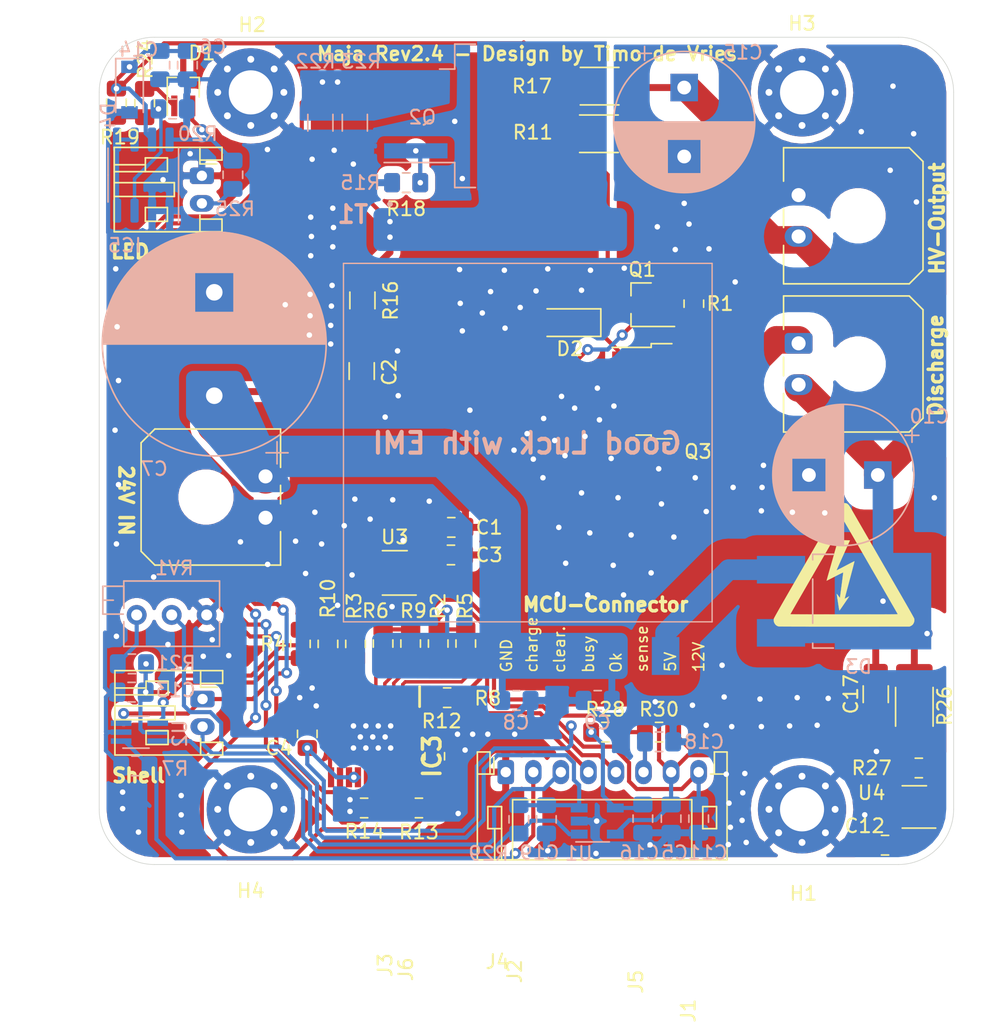
<source format=kicad_pcb>
(kicad_pcb (version 20171130) (host pcbnew "(5.1.6)-1")
  (layers (0 F.Cu signal) (31 B.Cu signal) (34 B.Paste user hide) (35 F.Paste user hide) (36 B.SilkS user) (37 F.SilkS user) (38 B.Mask user) (39 F.Mask user) (44 Edge.Cuts user))
  (net 0 "")
  (net 1 +3V3)
  (net 2 GND)
  (net 3 +5V)
  (net 4 +12V)
  (net 5 "Net-(C14-Pad1)")
  (net 6 VCC)
  (net 7 V_out)
  (net 8 "Net-(D2-Pad1)")
  (net 9 /clearance)
  (net 10 "Net-(IC3-Pad20)")
  (net 11 "Net-(IC3-Pad18)")
  (net 12 "Net-(IC3-Pad16)")
  (net 13 "Net-(IC3-Pad15)")
  (net 14 "Net-(IC3-Pad8)")
  (net 15 /not_done)
  (net 16 /no_fault)
  (net 17 "Net-(IC3-Pad5)")
  (net 18 "Net-(IC3-Pad4)")
  (net 19 "Net-(IC3-Pad3)")
  (net 20 "Net-(IC3-Pad2)")
  (net 21 "Net-(IC3-Pad1)")
  (net 22 "Net-(IC5-Pad4)")
  (net 23 "Net-(IC5-Pad3)")
  (net 24 "Net-(J1-Pad1)")
  (net 25 "Net-(J2-Pad2)")
  (net 26 /Cap_3.3mapped)
  (net 27 /charge_signal)
  (net 28 "Net-(R21-Pad2)")
  (net 29 "Net-(R26-Pad2)")
  (net 30 /clearance2)
  (net 31 /not_full)
  (net 32 "Net-(D3-Pad2)")
  (net 33 "Net-(C2-Pad2)")
  (net 34 "Net-(C16-Pad1)")
  (net 35 "Net-(IC3-Pad12)")
  (net 36 "Net-(R30-Pad2)")
  (net 37 "Net-(Q2-Pad2)")
  (net 38 "Net-(Q2-Pad1)")
  (net 39 "Net-(C19-Pad1)")
  (net 40 "Net-(D1-Pad2)")
  (net 41 "Net-(D1-Pad1)")
  (module SamacSys_Parts:GA3459BL (layer B.Cu) (at 112.1 103.4)
    (fp_text reference T1 (at -12.7 -16.55 180) (layer B.SilkS) (effects (font (size 1.27 1.27) (thickness 0.254)) (justify mirror)))
    (fp_text value GA3459-BL hide)
    (pad 12 smd rect (at -10 15.475) (size 2 2.75) (layers B.Cu B.Paste B.Mask) (net 6 VCC))
    (pad 11 smd rect (at -6 15.475) (size 2 2.75) (layers B.Cu B.Paste B.Mask) (net 6 VCC))
    (pad 10 smd rect (at -2 15.475) (size 2 2.75) (layers B.Cu B.Paste B.Mask) (net 6 VCC))
    (pad 9 smd rect (at 2 15.475) (size 2 2.75) (layers B.Cu B.Paste B.Mask) (net 6 VCC))
    (pad 8 smd rect (at 6 15.475) (size 2 2.75) (layers B.Cu B.Paste B.Mask) (net 6 VCC))
    (pad 7 smd rect (at 10 15.475) (size 2 2.75) (layers B.Cu B.Paste B.Mask) (net 32 "Net-(D3-Pad2)"))
    (pad 6 smd rect (at 10 -15.475) (size 2 2.75) (layers B.Cu B.Paste B.Mask) (net 2 GND))
    (pad 5 smd rect (at 6 -15.475) (size 2 2.75) (layers B.Cu B.Paste B.Mask) (net 37 "Net-(Q2-Pad2)"))
    (pad 4 smd rect (at 2 -15.475) (size 2 2.75) (layers B.Cu B.Paste B.Mask) (net 37 "Net-(Q2-Pad2)"))
    (pad 3 smd rect (at -2 -15.475) (size 2 2.75) (layers B.Cu B.Paste B.Mask) (net 37 "Net-(Q2-Pad2)"))
    (pad 2 smd rect (at -6 -15.475) (size 2 2.75) (layers B.Cu B.Paste B.Mask) (net 37 "Net-(Q2-Pad2)"))
    (pad 1 smd rect (at -10 -15.475) (size 2 2.75) (layers B.Cu B.Paste B.Mask) (net 37 "Net-(Q2-Pad2)"))
  )
  (module "Libs_majav2:High Voltage" (layer F.Cu) (at 135.05 112.25)
    (fp_text reference G*** hide)
    (fp_text value LOGO hide)
  )
  (module Connector_Molex:Molex_Micro-Fit_3.0_43650-0200_1x02_P3.00mm_Horizontal (layer F.Cu) (at 131.75 96.2 270)
    (fp_text reference J1 (at 48.4 8 270) (layer F.SilkS))
    (fp_text value Conn_01x02_Male)
    (pad 2 thru_hole oval (at 3 0 270) (size 1.5 2.02) (drill 1.02) (layers *.Cu *.Mask) (net 7 V_out))
    (pad 1 thru_hole roundrect (at 0 0 270) (size 1.5 2.02) (drill 1.02) (layers *.Cu *.Mask) (roundrect_rratio 0.166667) (net 24 "Net-(J1-Pad1)"))
    (pad "" np_thru_hole circle (at 1.5 -4.32 270) (size 3 3) (drill 3) (layers *.Cu *.Mask))
  )
  (module Connector_Molex:Molex_Micro-Fit_3.0_43650-0200_1x02_P3.00mm_Horizontal (layer F.Cu) (at 131.75 85.45 270)
    (fp_text reference J5 (at 57.05 11.8 270) (layer F.SilkS))
    (fp_text value Conn_01x02_Male)
    (pad 2 thru_hole oval (at 3 0 270) (size 1.5 2.02) (drill 1.02) (layers *.Cu *.Mask) (net 7 V_out))
    (pad 1 thru_hole roundrect (at 0 0 270) (size 1.5 2.02) (drill 1.02) (layers *.Cu *.Mask) (roundrect_rratio 0.166667) (net 2 GND))
    (pad "" np_thru_hole circle (at 1.5 -4.32 270) (size 3 3) (drill 3) (layers *.Cu *.Mask))
  )
  (module Package_TO_SOT_SMD:SOT-323_SC-70_Handsoldering (layer F.Cu) (at 87.1 77.65 90)
    (fp_text reference D1 (at 2.5 1.35 180) (layer F.SilkS))
    (fp_text value BAV99W_R1_00001)
    (pad 3 smd rect (at 1.33 0) (size 0.45 1.5) (layers F.Cu F.Paste F.Mask))
    (pad 2 smd rect (at -1.33 0.65) (size 0.45 1.5) (layers F.Cu F.Paste F.Mask) (net 40 "Net-(D1-Pad2)"))
    (pad 1 smd rect (at -1.33 -0.65) (size 0.45 1.5) (layers F.Cu F.Paste F.Mask) (net 41 "Net-(D1-Pad1)"))
  )
  (module Package_TO_SOT_SMD:TO-252-2_TabPin1 (layer B.Cu) (at 135.05 114.9)
    (fp_text reference D3 (at 1.05 4.75) (layer B.SilkS) (effects (justify mirror)))
    (fp_text value GD02MPS12E)
    (pad 1 smd rect (at 2.825 0) (size 7 7) (layers B.Cu B.Mask) (net 7 V_out))
    (pad 2 smd rect (at -4.575 -2.28) (size 3.5 2) (layers B.Cu B.Paste B.Mask) (net 32 "Net-(D3-Pad2)"))
    (pad 1 smd rect (at -4.575 2.3) (size 3.5 2) (layers B.Cu B.Paste B.Mask) (net 7 V_out))
  )
  (module Capacitor_SMD:C_0805_2012Metric_Pad1.15x1.40mm_HandSolder (layer B.Cu) (at 120.45 130.675 270)
    (fp_text reference C16 (at 2.475 0.25 180) (layer B.SilkS) (effects (justify mirror)))
    (fp_text value "100n / 5V")
    (pad 2 smd roundrect (at 1.025 0 270) (size 1.15 1.4) (layers B.Cu B.Paste B.Mask) (roundrect_rratio 0.217391) (net 2 GND))
    (pad 1 smd roundrect (at -1.025 0 270) (size 1.15 1.4) (layers B.Cu B.Paste B.Mask) (roundrect_rratio 0.217391) (net 34 "Net-(C16-Pad1)"))
  )
  (module MountingHole:MountingHole_3.2mm_M3_Pad_Via (layer F.Cu) (at 92 78)
    (fp_text reference H2 (at 0.1 -4.9) (layer F.SilkS))
    (fp_text value MountingHole_Pad)
    (pad 1 thru_hole circle (at 1.697056 -1.697056) (size 0.8 0.8) (drill 0.5) (layers *.Cu *.Mask) (net 2 GND))
    (pad 1 thru_hole circle (at 0 -2.4) (size 0.8 0.8) (drill 0.5) (layers *.Cu *.Mask) (net 2 GND))
    (pad 1 thru_hole circle (at -1.697056 -1.697056) (size 0.8 0.8) (drill 0.5) (layers *.Cu *.Mask) (net 2 GND))
    (pad 1 thru_hole circle (at -2.4 0) (size 0.8 0.8) (drill 0.5) (layers *.Cu *.Mask) (net 2 GND))
    (pad 1 thru_hole circle (at -1.697056 1.697056) (size 0.8 0.8) (drill 0.5) (layers *.Cu *.Mask) (net 2 GND))
    (pad 1 thru_hole circle (at 0 2.4) (size 0.8 0.8) (drill 0.5) (layers *.Cu *.Mask) (net 2 GND))
    (pad 1 thru_hole circle (at 1.697056 1.697056) (size 0.8 0.8) (drill 0.5) (layers *.Cu *.Mask) (net 2 GND))
    (pad 1 thru_hole circle (at 2.4 0) (size 0.8 0.8) (drill 0.5) (layers *.Cu *.Mask) (net 2 GND))
    (pad 1 thru_hole circle (at 0 0) (size 6.4 6.4) (drill 3.2) (layers *.Cu *.Mask) (net 2 GND))
  )
  (module Capacitor_SMD:C_0805_2012Metric_Pad1.15x1.40mm_HandSolder (layer F.Cu) (at 96.1 124.525 270)
    (fp_text reference C4 (at 1.025 2.05 180) (layer F.SilkS))
    (fp_text value "10u / 35V")
    (pad 2 smd roundrect (at 1.025 0 270) (size 1.15 1.4) (layers F.Cu F.Paste F.Mask) (roundrect_rratio 0.217391) (net 4 +12V))
    (pad 1 smd roundrect (at -1.025 0 270) (size 1.15 1.4) (layers F.Cu F.Paste F.Mask) (roundrect_rratio 0.217391) (net 2 GND))
  )
  (module Capacitor_SMD:C_0805_2012Metric_Pad1.15x1.40mm_HandSolder (layer B.Cu) (at 83.35 121.5)
    (fp_text reference C13 (at 3.2 -0.15 180) (layer B.SilkS) (effects (justify mirror)))
    (fp_text value "100n / 35V")
    (pad 2 smd roundrect (at 1.025 0) (size 1.15 1.4) (layers B.Cu B.Paste B.Mask) (roundrect_rratio 0.217391) (net 1 +3V3))
    (pad 1 smd roundrect (at -1.025 0) (size 1.15 1.4) (layers B.Cu B.Paste B.Mask) (roundrect_rratio 0.217391) (net 2 GND))
  )
  (module Resistor_SMD:R_0805_2012Metric_Pad1.15x1.40mm_HandSolder (layer B.Cu) (at 111.45 130.725 270)
    (fp_text reference R29 (at 2.475 2.2 180) (layer B.SilkS) (effects (justify mirror)))
    (fp_text value 1M)
    (pad 2 smd roundrect (at 1.025 0 270) (size 1.15 1.4) (layers B.Cu B.Paste B.Mask) (roundrect_rratio 0.217391) (net 31 /not_full))
    (pad 1 smd roundrect (at -1.025 0 270) (size 1.15 1.4) (layers B.Cu B.Paste B.Mask) (roundrect_rratio 0.217391) (net 39 "Net-(C19-Pad1)"))
  )
  (module Capacitor_SMD:C_0805_2012Metric_Pad1.15x1.40mm_HandSolder (layer B.Cu) (at 113.45 130.725 270)
    (fp_text reference C19 (at 2.425 0.5 180) (layer B.SilkS) (effects (justify mirror)))
    (fp_text value "100n / 5V")
    (pad 2 smd roundrect (at 1.025 0 270) (size 1.15 1.4) (layers B.Cu B.Paste B.Mask) (roundrect_rratio 0.217391) (net 2 GND))
    (pad 1 smd roundrect (at -1.025 0 270) (size 1.15 1.4) (layers B.Cu B.Paste B.Mask) (roundrect_rratio 0.217391) (net 39 "Net-(C19-Pad1)"))
  )
  (module Package_TO_SOT_SMD:TO-252-2 (layer F.Cu) (at 123.525 99.675)
    (fp_text reference Q3 (at 0.925 4.375) (layer F.SilkS))
    (fp_text value STGD3NB60SDT4)
    (pad 2 smd rect (at 2.1 0) (size 6.4 5.8) (layers F.Cu F.Mask) (net 24 "Net-(J1-Pad1)"))
    (pad 3 smd rect (at -4.2 2.28) (size 2.2 1.2) (layers F.Cu F.Paste F.Mask) (net 2 GND))
    (pad 1 smd rect (at -4.2 -2.28) (size 2.2 1.2) (layers F.Cu F.Paste F.Mask) (net 8 "Net-(D2-Pad1)"))
  )
  (module Capacitor_THT:CP_Radial_D10.0mm_P5.00mm (layer B.Cu) (at 123.45 77.65 270)
    (fp_text reference C15 (at -2.55 -4.25 180) (layer B.SilkS) (effects (justify mirror)))
    (fp_text value "6.8u / 450V")
    (pad 2 thru_hole circle (at 5 0 270) (size 2 2) (drill 1) (layers *.Cu *.Mask) (net 2 GND))
    (pad 1 thru_hole rect (at 0 0 270) (size 2 2) (drill 1) (layers *.Cu *.Mask) (net 7 V_out))
  )
  (module Capacitor_THT:CP_Radial_D10.0mm_P5.00mm (layer B.Cu) (at 137.5 105.75 180)
    (fp_text reference C10 (at -3.75 4.25) (layer B.SilkS) (effects (justify mirror)))
    (fp_text value "6.8u / 450V")
    (pad 2 thru_hole circle (at 5 0 180) (size 2 2) (drill 1) (layers *.Cu *.Mask) (net 2 GND))
    (pad 1 thru_hole rect (at 0 0 180) (size 2 2) (drill 1) (layers *.Cu *.Mask) (net 7 V_out))
  )
  (module Package_TO_SOT_SMD:TO-263-2 (layer B.Cu) (at 109.75 79.7)
    (fp_text reference Q2 (at -5.3 0.1) (layer B.SilkS) (effects (justify mirror)))
    (fp_text value "FDB075N15A (GDS)")
    (pad 2 smd rect (at 3.375 0) (size 9.4 10.8) (layers B.Cu B.Mask) (net 37 "Net-(Q2-Pad2)"))
    (pad 3 smd rect (at -5.775 -2.54) (size 4.6 1.1) (layers B.Cu B.Paste B.Mask) (net 35 "Net-(IC3-Pad12)"))
    (pad 1 smd rect (at -5.775 2.54) (size 4.6 1.1) (layers B.Cu B.Paste B.Mask) (net 38 "Net-(Q2-Pad1)"))
  )
  (module Package_TO_SOT_SMD:TSOT-23-5 (layer F.Cu) (at 140.15 129.85 180)
    (fp_text reference U4 (at 3.1 1.05) (layer F.SilkS))
    (fp_text value TSV321)
    (pad 5 smd rect (at 1.31 -0.95 180) (size 1.22 0.65) (layers F.Cu F.Paste F.Mask) (net 3 +5V))
    (pad 4 smd rect (at 1.31 0.95 180) (size 1.22 0.65) (layers F.Cu F.Paste F.Mask) (net 36 "Net-(R30-Pad2)"))
    (pad 3 smd rect (at -1.31 0.95 180) (size 1.22 0.65) (layers F.Cu F.Paste F.Mask) (net 29 "Net-(R26-Pad2)"))
    (pad 2 smd rect (at -1.31 0 180) (size 1.22 0.65) (layers F.Cu F.Paste F.Mask) (net 2 GND))
    (pad 1 smd rect (at -1.31 -0.95 180) (size 1.22 0.65) (layers F.Cu F.Paste F.Mask) (net 36 "Net-(R30-Pad2)"))
  )
  (module Package_TO_SOT_SMD:TSOT-23-5 (layer B.Cu) (at 117.14 130.85)
    (fp_text reference U1 (at -1.34 2.35) (layer B.SilkS) (effects (justify mirror)))
    (fp_text value TSV321)
    (pad 5 smd rect (at 1.31 0.95) (size 1.22 0.65) (layers B.Cu B.Paste B.Mask) (net 3 +5V))
    (pad 4 smd rect (at 1.31 -0.95) (size 1.22 0.65) (layers B.Cu B.Paste B.Mask) (net 34 "Net-(C16-Pad1)"))
    (pad 3 smd rect (at -1.31 -0.95) (size 1.22 0.65) (layers B.Cu B.Paste B.Mask) (net 39 "Net-(C19-Pad1)"))
    (pad 2 smd rect (at -1.31 0) (size 1.22 0.65) (layers B.Cu B.Paste B.Mask) (net 2 GND))
    (pad 1 smd rect (at -1.31 0.95) (size 1.22 0.65) (layers B.Cu B.Paste B.Mask) (net 31 /not_full))
  )
  (module Potentiometer_THT:Potentiometer_Bourns_3266Z_Horizontal (layer B.Cu) (at 88.8 115.9)
    (fp_text reference RV1 (at -2.35 -3.4) (layer B.SilkS) (effects (justify mirror)))
    (fp_text value "R_POT_TRIM 10k")
    (pad 3 thru_hole circle (at -5.08 0) (size 1.44 1.44) (drill 0.8) (layers *.Cu *.Mask) (net 28 "Net-(R21-Pad2)"))
    (pad 2 thru_hole circle (at -2.54 0) (size 1.44 1.44) (drill 0.8) (layers *.Cu *.Mask) (net 39 "Net-(C19-Pad1)"))
    (pad 1 thru_hole circle (at 0 0) (size 1.44 1.44) (drill 0.8) (layers *.Cu *.Mask) (net 2 GND))
  )
  (module Resistor_SMD:R_0805_2012Metric_Pad1.15x1.40mm_HandSolder (layer F.Cu) (at 121.625 124.4)
    (fp_text reference R30 (at 0 -1.65) (layer F.SilkS))
    (fp_text value 1k)
    (pad 2 smd roundrect (at 1.025 0) (size 1.15 1.4) (layers F.Cu F.Paste F.Mask) (roundrect_rratio 0.217391) (net 36 "Net-(R30-Pad2)"))
    (pad 1 smd roundrect (at -1.025 0) (size 1.15 1.4) (layers F.Cu F.Paste F.Mask) (roundrect_rratio 0.217391) (net 26 /Cap_3.3mapped))
  )
  (module Resistor_SMD:R_0805_2012Metric_Pad1.15x1.40mm_HandSolder (layer F.Cu) (at 117.725 124.4)
    (fp_text reference R28 (at 0 -1.65 180) (layer F.SilkS))
    (fp_text value 10k?)
    (pad 2 smd roundrect (at 1.025 0) (size 1.15 1.4) (layers F.Cu F.Paste F.Mask) (roundrect_rratio 0.217391) (net 26 /Cap_3.3mapped))
    (pad 1 smd roundrect (at -1.025 0) (size 1.15 1.4) (layers F.Cu F.Paste F.Mask) (roundrect_rratio 0.217391) (net 34 "Net-(C16-Pad1)"))
  )
  (module Resistor_SMD:R_0805_2012Metric_Pad1.15x1.40mm_HandSolder (layer B.Cu) (at 83.625 126.85)
    (fp_text reference R7 (at 2.875 0.2) (layer B.SilkS) (effects (justify mirror)))
    (fp_text value 10k)
    (pad 2 smd roundrect (at 1.025 0) (size 1.15 1.4) (layers B.Cu B.Paste B.Mask) (roundrect_rratio 0.217391) (net 27 /charge_signal))
    (pad 1 smd roundrect (at -1.025 0) (size 1.15 1.4) (layers B.Cu B.Paste B.Mask) (roundrect_rratio 0.217391) (net 2 GND))
  )
  (module Capacitor_SMD:C_0805_2012Metric_Pad1.15x1.40mm_HandSolder (layer B.Cu) (at 121.625 125.1)
    (fp_text reference C18 (at 3.275 0) (layer B.SilkS) (effects (justify mirror)))
    (fp_text value "100n / 5V")
    (pad 2 smd roundrect (at 1.025 0) (size 1.15 1.4) (layers B.Cu B.Paste B.Mask) (roundrect_rratio 0.217391) (net 2 GND))
    (pad 1 smd roundrect (at -1.025 0) (size 1.15 1.4) (layers B.Cu B.Paste B.Mask) (roundrect_rratio 0.217391) (net 26 /Cap_3.3mapped))
  )
  (module Capacitor_SMD:C_1206_3216Metric_Pad1.42x1.75mm_HandSolder (layer F.Cu) (at 137.35 121.65 270)
    (fp_text reference C17 (at 0 1.8 90) (layer F.SilkS))
    (fp_text value "1n / 500V")
    (pad 2 smd roundrect (at 1.4875 0 270) (size 1.425 1.75) (layers F.Cu F.Paste F.Mask) (roundrect_rratio 0.175439) (net 2 GND))
    (pad 1 smd roundrect (at -1.4875 0 270) (size 1.425 1.75) (layers F.Cu F.Paste F.Mask) (roundrect_rratio 0.175439) (net 7 V_out))
  )
  (module Capacitor_THT:CP_Radial_D16.0mm_P7.50mm (layer B.Cu) (at 89.35 100 90)
    (fp_text reference C7 (at -5.3 -4.35 180) (layer B.SilkS) (effects (justify mirror)))
    (fp_text value "1000u / 35V")
    (pad 1 thru_hole rect (at 0 0 90) (size 2.4 2.4) (drill 1.2) (layers *.Cu *.Mask) (net 6 VCC))
    (pad 2 thru_hole circle (at 7.5 0 90) (size 2.4 2.4) (drill 1.2) (layers *.Cu *.Mask) (net 2 GND))
  )
  (module Resistor_SMD:R_1206_3216Metric_Pad1.42x1.75mm_HandSolder (layer F.Cu) (at 100.1 93.0875 90)
    (fp_text reference R16 (at -0.0125 2.05 270) (layer F.SilkS))
    (fp_text value "1k 1206")
    (pad 2 smd roundrect (at 1.4875 0 90) (size 1.425 1.75) (layers F.Cu F.Paste F.Mask) (roundrect_rratio 0.175439) (net 37 "Net-(Q2-Pad2)"))
    (pad 1 smd roundrect (at -1.4875 0 90) (size 1.425 1.75) (layers F.Cu F.Paste F.Mask) (roundrect_rratio 0.175439) (net 33 "Net-(C2-Pad2)"))
  )
  (module Capacitor_SMD:C_1206_3216Metric_Pad1.42x1.75mm_HandSolder (layer F.Cu) (at 100.05 98.2125 90)
    (fp_text reference C2 (at -0.0875 2 270) (layer F.SilkS))
    (fp_text value "1n 200V")
    (pad 2 smd roundrect (at 1.4875 0 90) (size 1.425 1.75) (layers F.Cu F.Paste F.Mask) (roundrect_rratio 0.175439) (net 33 "Net-(C2-Pad2)"))
    (pad 1 smd roundrect (at -1.4875 0 90) (size 1.425 1.75) (layers F.Cu F.Paste F.Mask) (roundrect_rratio 0.175439) (net 6 VCC))
  )
  (module Resistor_SMD:R_0805_2012Metric_Pad1.15x1.40mm_HandSolder (layer B.Cu) (at 103.275 84.55 180)
    (fp_text reference R15 (at 3.325 0) (layer B.SilkS) (effects (justify mirror)))
    (fp_text value 100k)
    (pad 2 smd roundrect (at 1.025 0 180) (size 1.15 1.4) (layers B.Cu B.Paste B.Mask) (roundrect_rratio 0.217391) (net 2 GND))
    (pad 1 smd roundrect (at -1.025 0 180) (size 1.15 1.4) (layers B.Cu B.Paste B.Mask) (roundrect_rratio 0.217391) (net 38 "Net-(Q2-Pad1)"))
  )
  (module Connector_JST:JST_PH_S2B-PH-K_1x02_P2.00mm_Horizontal (layer F.Cu) (at 88.5 122 270)
    (fp_text reference J6 (at 19.6 -14.75 90) (layer F.SilkS))
    (fp_text value Conn_01x02_Male)
    (pad 2 thru_hole oval (at 2 0 270) (size 1.2 1.75) (drill 0.75) (layers *.Cu *.Mask) (net 9 /clearance))
    (pad 1 thru_hole roundrect (at 0 0 270) (size 1.2 1.75) (drill 0.75) (layers *.Cu *.Mask) (roundrect_rratio 0.208333) (net 30 /clearance2))
  )
  (module Diode_SMD:D_SOD-123 (layer B.Cu) (at 83.2 77.8 270)
    (fp_text reference D4 (at 1.9 1.55 270) (layer B.SilkS) (effects (justify mirror)))
    (fp_text value "D_Zener 11V MMSZ5241B_R1_00001")
    (pad 2 smd rect (at 1.65 0 270) (size 0.9 1.2) (layers B.Cu B.Paste B.Mask) (net 2 GND))
    (pad 1 smd rect (at -1.65 0 270) (size 0.9 1.2) (layers B.Cu B.Paste B.Mask) (net 5 "Net-(C14-Pad1)"))
  )
  (module Resistor_SMD:R_0805_2012Metric_Pad1.15x1.40mm_HandSolder (layer F.Cu) (at 97.6 118 90)
    (fp_text reference R10 (at 3.3 0 90) (layer F.SilkS))
    (fp_text value 100k)
    (pad 2 smd roundrect (at 1.025 0 90) (size 1.15 1.4) (layers F.Cu F.Paste F.Mask) (roundrect_rratio 0.217391) (net 1 +3V3))
    (pad 1 smd roundrect (at -1.025 0 90) (size 1.15 1.4) (layers F.Cu F.Paste F.Mask) (roundrect_rratio 0.217391) (net 15 /not_done))
  )
  (module Package_TO_SOT_SMD:SOT-23-5 (layer F.Cu) (at 102.45 112.85 180)
    (fp_text reference U3 (at 0 2.6) (layer F.SilkS))
    (fp_text value MIC5317-3.3YD5-TR)
    (pad 5 smd rect (at 1.1 -0.95 180) (size 1.06 0.65) (layers F.Cu F.Paste F.Mask) (net 1 +3V3))
    (pad 4 smd rect (at 1.1 0.95 180) (size 1.06 0.65) (layers F.Cu F.Paste F.Mask))
    (pad 3 smd rect (at -1.1 0.95 180) (size 1.06 0.65) (layers F.Cu F.Paste F.Mask) (net 3 +5V))
    (pad 2 smd rect (at -1.1 0 180) (size 1.06 0.65) (layers F.Cu F.Paste F.Mask) (net 2 GND))
    (pad 1 smd rect (at -1.1 -0.95 180) (size 1.06 0.65) (layers F.Cu F.Paste F.Mask) (net 3 +5V))
  )
  (module Resistor_SMD:R_2010_5025Metric_Pad1.52x2.65mm_HandSolder (layer F.Cu) (at 117.2625 81 180)
    (fp_text reference R11 (at 4.8 0.1) (layer F.SilkS))
    (fp_text value 4,99M)
    (pad 2 smd roundrect (at 2.3375 0 180) (size 1.525 2.65) (layers F.Cu F.Paste F.Mask) (roundrect_rratio 0.163934) (net 8 "Net-(D2-Pad1)"))
    (pad 1 smd roundrect (at -2.3375 0 180) (size 1.525 2.65) (layers F.Cu F.Paste F.Mask) (roundrect_rratio 0.163934) (net 7 V_out))
  )
  (module Diode_SMD:D_SOD-123 (layer F.Cu) (at 115.15 94.7 180)
    (fp_text reference D2 (at 0 -1.9) (layer F.SilkS))
    (fp_text value "D_Zener 11V MMSZ5241B_R1_00001")
    (pad 2 smd rect (at 1.65 0 180) (size 0.9 1.2) (layers F.Cu F.Paste F.Mask) (net 2 GND))
    (pad 1 smd rect (at -1.65 0 180) (size 0.9 1.2) (layers F.Cu F.Paste F.Mask) (net 8 "Net-(D2-Pad1)"))
  )
  (module MountingHole:MountingHole_3.2mm_M3_Pad_Via (layer F.Cu) (at 132 78)
    (fp_text reference H3 (at 0 -5) (layer F.SilkS))
    (fp_text value MountingHole_Pad)
    (pad 1 thru_hole circle (at 1.697056 -1.697056) (size 0.8 0.8) (drill 0.5) (layers *.Cu *.Mask) (net 2 GND))
    (pad 1 thru_hole circle (at 0 -2.4) (size 0.8 0.8) (drill 0.5) (layers *.Cu *.Mask) (net 2 GND))
    (pad 1 thru_hole circle (at -1.697056 -1.697056) (size 0.8 0.8) (drill 0.5) (layers *.Cu *.Mask) (net 2 GND))
    (pad 1 thru_hole circle (at -2.4 0) (size 0.8 0.8) (drill 0.5) (layers *.Cu *.Mask) (net 2 GND))
    (pad 1 thru_hole circle (at -1.697056 1.697056) (size 0.8 0.8) (drill 0.5) (layers *.Cu *.Mask) (net 2 GND))
    (pad 1 thru_hole circle (at 0 2.4) (size 0.8 0.8) (drill 0.5) (layers *.Cu *.Mask) (net 2 GND))
    (pad 1 thru_hole circle (at 1.697056 1.697056) (size 0.8 0.8) (drill 0.5) (layers *.Cu *.Mask) (net 2 GND))
    (pad 1 thru_hole circle (at 2.4 0) (size 0.8 0.8) (drill 0.5) (layers *.Cu *.Mask) (net 2 GND))
    (pad 1 thru_hole circle (at 0 0) (size 6.4 6.4) (drill 3.2) (layers *.Cu *.Mask) (net 2 GND))
  )
  (module Package_TO_SOT_SMD:SOT-363_SC-70-6_Handsoldering (layer B.Cu) (at 83.92 124.4)
    (fp_text reference U2 (at 2.93 0.1 270) (layer B.SilkS) (effects (justify mirror)))
    (fp_text value "NC7SZ11(AND-Gate)")
    (pad 6 smd rect (at 1.33 0.65) (size 1.5 0.4) (layers B.Cu B.Paste B.Mask) (net 31 /not_full))
    (pad 5 smd rect (at 1.33 0) (size 1.5 0.4) (layers B.Cu B.Paste B.Mask) (net 1 +3V3))
    (pad 4 smd rect (at 1.33 -0.65) (size 1.5 0.4) (layers B.Cu B.Paste B.Mask) (net 14 "Net-(IC3-Pad8)"))
    (pad 3 smd rect (at -1.33 -0.65) (size 1.5 0.4) (layers B.Cu B.Paste B.Mask) (net 30 /clearance2))
    (pad 2 smd rect (at -1.33 0) (size 1.5 0.4) (layers B.Cu B.Paste B.Mask) (net 2 GND))
    (pad 1 smd rect (at -1.33 0.65) (size 1.5 0.4) (layers B.Cu B.Paste B.Mask) (net 27 /charge_signal))
  )
  (module Resistor_SMD:R_0805_2012Metric_Pad1.15x1.40mm_HandSolder (layer F.Cu) (at 95.6 118 90)
    (fp_text reference R4 (at 0 -1.95) (layer F.SilkS))
    (fp_text value 10k)
    (pad 2 smd roundrect (at 1.025 0 90) (size 1.15 1.4) (layers F.Cu F.Paste F.Mask) (roundrect_rratio 0.217391) (net 2 GND))
    (pad 1 smd roundrect (at -1.025 0 90) (size 1.15 1.4) (layers F.Cu F.Paste F.Mask) (roundrect_rratio 0.217391) (net 14 "Net-(IC3-Pad8)"))
  )
  (module MountingHole:MountingHole_3.2mm_M3_Pad_Via (layer F.Cu) (at 92 130)
    (fp_text reference H4 (at 0 5.9) (layer F.SilkS))
    (fp_text value MountingHole_Pad)
    (pad 1 thru_hole circle (at 1.697056 -1.697056) (size 0.8 0.8) (drill 0.5) (layers *.Cu *.Mask) (net 2 GND))
    (pad 1 thru_hole circle (at 0 -2.4) (size 0.8 0.8) (drill 0.5) (layers *.Cu *.Mask) (net 2 GND))
    (pad 1 thru_hole circle (at -1.697056 -1.697056) (size 0.8 0.8) (drill 0.5) (layers *.Cu *.Mask) (net 2 GND))
    (pad 1 thru_hole circle (at -2.4 0) (size 0.8 0.8) (drill 0.5) (layers *.Cu *.Mask) (net 2 GND))
    (pad 1 thru_hole circle (at -1.697056 1.697056) (size 0.8 0.8) (drill 0.5) (layers *.Cu *.Mask) (net 2 GND))
    (pad 1 thru_hole circle (at 0 2.4) (size 0.8 0.8) (drill 0.5) (layers *.Cu *.Mask) (net 2 GND))
    (pad 1 thru_hole circle (at 1.697056 1.697056) (size 0.8 0.8) (drill 0.5) (layers *.Cu *.Mask) (net 2 GND))
    (pad 1 thru_hole circle (at 2.4 0) (size 0.8 0.8) (drill 0.5) (layers *.Cu *.Mask) (net 2 GND))
    (pad 1 thru_hole circle (at 0 0) (size 6.4 6.4) (drill 3.2) (layers *.Cu *.Mask) (net 2 GND))
  )
  (module MountingHole:MountingHole_3.2mm_M3_Pad_Via (layer F.Cu) (at 132 130)
    (fp_text reference H1 (at 0.1 6.1) (layer F.SilkS))
    (fp_text value MountingHole_Pad)
    (pad 1 thru_hole circle (at 1.697056 -1.697056) (size 0.8 0.8) (drill 0.5) (layers *.Cu *.Mask) (net 2 GND))
    (pad 1 thru_hole circle (at 0 -2.4) (size 0.8 0.8) (drill 0.5) (layers *.Cu *.Mask) (net 2 GND))
    (pad 1 thru_hole circle (at -1.697056 -1.697056) (size 0.8 0.8) (drill 0.5) (layers *.Cu *.Mask) (net 2 GND))
    (pad 1 thru_hole circle (at -2.4 0) (size 0.8 0.8) (drill 0.5) (layers *.Cu *.Mask) (net 2 GND))
    (pad 1 thru_hole circle (at -1.697056 1.697056) (size 0.8 0.8) (drill 0.5) (layers *.Cu *.Mask) (net 2 GND))
    (pad 1 thru_hole circle (at 0 2.4) (size 0.8 0.8) (drill 0.5) (layers *.Cu *.Mask) (net 2 GND))
    (pad 1 thru_hole circle (at 1.697056 1.697056) (size 0.8 0.8) (drill 0.5) (layers *.Cu *.Mask) (net 2 GND))
    (pad 1 thru_hole circle (at 2.4 0) (size 0.8 0.8) (drill 0.5) (layers *.Cu *.Mask) (net 2 GND))
    (pad 1 thru_hole circle (at 0 0) (size 6.4 6.4) (drill 3.2) (layers *.Cu *.Mask) (net 2 GND))
  )
  (module Resistor_SMD:R_2010_5025Metric_Pad1.52x2.65mm_HandSolder (layer F.Cu) (at 140.15 122.5625 270)
    (fp_text reference R26 (at -0.0625 -2.2 90) (layer F.SilkS))
    (fp_text value "4,99M (40mW)")
    (pad 2 smd roundrect (at 2.3375 0 270) (size 1.525 2.65) (layers F.Cu F.Paste F.Mask) (roundrect_rratio 0.163934) (net 29 "Net-(R26-Pad2)"))
    (pad 1 smd roundrect (at -2.3375 0 270) (size 1.525 2.65) (layers F.Cu F.Paste F.Mask) (roundrect_rratio 0.163934) (net 7 V_out))
  )
  (module Resistor_SMD:R_2010_5025Metric_Pad1.52x2.65mm_HandSolder (layer F.Cu) (at 117.3125 77.55 180)
    (fp_text reference R17 (at 4.9125 0 180) (layer F.SilkS))
    (fp_text value "1.5M 1/4W")
    (pad 2 smd roundrect (at 2.3375 0 180) (size 1.525 2.65) (layers F.Cu F.Paste F.Mask) (roundrect_rratio 0.163934) (net 5 "Net-(C14-Pad1)"))
    (pad 1 smd roundrect (at -2.3375 0 180) (size 1.525 2.65) (layers F.Cu F.Paste F.Mask) (roundrect_rratio 0.163934) (net 7 V_out))
  )
  (module Connector_JST:JST_PH_S8B-PH-K_1x08_P2.00mm_Horizontal (layer F.Cu) (at 110.5 127.3)
    (fp_text reference J4 (at -0.6 13.75) (layer F.SilkS))
    (fp_text value Conn_01x08_Male)
    (pad 8 thru_hole oval (at 14 0) (size 1.2 1.75) (drill 0.75) (layers *.Cu *.Mask) (net 4 +12V))
    (pad 7 thru_hole oval (at 12 0) (size 1.2 1.75) (drill 0.75) (layers *.Cu *.Mask) (net 3 +5V))
    (pad 6 thru_hole oval (at 10 0) (size 1.2 1.75) (drill 0.75) (layers *.Cu *.Mask) (net 26 /Cap_3.3mapped))
    (pad 5 thru_hole oval (at 8 0) (size 1.2 1.75) (drill 0.75) (layers *.Cu *.Mask) (net 16 /no_fault))
    (pad 4 thru_hole oval (at 6 0) (size 1.2 1.75) (drill 0.75) (layers *.Cu *.Mask) (net 15 /not_done))
    (pad 3 thru_hole oval (at 4 0) (size 1.2 1.75) (drill 0.75) (layers *.Cu *.Mask) (net 9 /clearance))
    (pad 2 thru_hole oval (at 2 0) (size 1.2 1.75) (drill 0.75) (layers *.Cu *.Mask) (net 27 /charge_signal))
    (pad 1 thru_hole roundrect (at 0 0) (size 1.2 1.75) (drill 0.75) (layers *.Cu *.Mask) (roundrect_rratio 0.208333) (net 2 GND))
  )
  (module Connector_JST:JST_PH_S2B-PH-K_1x02_P2.00mm_Horizontal (layer F.Cu) (at 88.45 84.05 270)
    (fp_text reference J2 (at 57.7 -22.7 270) (layer F.SilkS))
    (fp_text value Conn_01x02_Male)
    (pad 2 thru_hole oval (at 2 0 270) (size 1.2 1.75) (drill 0.75) (layers *.Cu *.Mask) (net 25 "Net-(J2-Pad2)"))
    (pad 1 thru_hole roundrect (at 0 0 270) (size 1.2 1.75) (drill 0.75) (layers *.Cu *.Mask) (roundrect_rratio 0.208333) (net 2 GND))
  )
  (module Resistor_SMD:R_0805_2012Metric_Pad1.15x1.40mm_HandSolder (layer F.Cu) (at 140.475 127 180)
    (fp_text reference R27 (at 3.425 0 180) (layer F.SilkS))
    (fp_text value 36,5k)
    (pad 2 smd roundrect (at 1.025 0 180) (size 1.15 1.4) (layers F.Cu F.Paste F.Mask) (roundrect_rratio 0.217391) (net 2 GND))
    (pad 1 smd roundrect (at -1.025 0 180) (size 1.15 1.4) (layers F.Cu F.Paste F.Mask) (roundrect_rratio 0.217391) (net 29 "Net-(R26-Pad2)"))
  )
  (module Resistor_SMD:R_0805_2012Metric_Pad1.15x1.40mm_HandSolder (layer B.Cu) (at 90.7 83.975 90)
    (fp_text reference R25 (at -2.475 0.15 180) (layer B.SilkS) (effects (justify mirror)))
    (fp_text value 1k)
    (pad 2 smd roundrect (at 1.025 0 90) (size 1.15 1.4) (layers B.Cu B.Paste B.Mask) (roundrect_rratio 0.217391) (net 40 "Net-(D1-Pad2)"))
    (pad 1 smd roundrect (at -1.025 0 90) (size 1.15 1.4) (layers B.Cu B.Paste B.Mask) (roundrect_rratio 0.217391) (net 25 "Net-(J2-Pad2)"))
  )
  (module Resistor_SMD:R_0805_2012Metric_Pad1.15x1.40mm_HandSolder (layer F.Cu) (at 84.3 78.775 270)
    (fp_text reference R24 (at -3.175 -0.05 90) (layer F.SilkS))
    (fp_text value 100k)
    (pad 2 smd roundrect (at 1.025 0 270) (size 1.15 1.4) (layers F.Cu F.Paste F.Mask) (roundrect_rratio 0.217391) (net 23 "Net-(IC5-Pad3)"))
    (pad 1 smd roundrect (at -1.025 0 270) (size 1.15 1.4) (layers F.Cu F.Paste F.Mask) (roundrect_rratio 0.217391) (net 41 "Net-(D1-Pad1)"))
  )
  (module Resistor_SMD:R_1206_3216Metric_Pad1.42x1.75mm_HandSolder (layer B.Cu) (at 99.55 80.2 270)
    (fp_text reference R23 (at -4.45 -0.45) (layer B.SilkS) (effects (justify mirror)))
    (fp_text value "10m / 1W")
    (pad 2 smd roundrect (at 1.4875 0 270) (size 1.425 1.75) (layers B.Cu B.Paste B.Mask) (roundrect_rratio 0.175439) (net 2 GND))
    (pad 1 smd roundrect (at -1.4875 0 270) (size 1.425 1.75) (layers B.Cu B.Paste B.Mask) (roundrect_rratio 0.175439) (net 35 "Net-(IC3-Pad12)"))
  )
  (module Resistor_SMD:R_1206_3216Metric_Pad1.42x1.75mm_HandSolder (layer B.Cu) (at 97.05 80.2 270)
    (fp_text reference R22 (at -4.45 0.35) (layer B.SilkS) (effects (justify mirror)))
    (fp_text value "10m / 1W")
    (pad 2 smd roundrect (at 1.4875 0 270) (size 1.425 1.75) (layers B.Cu B.Paste B.Mask) (roundrect_rratio 0.175439) (net 2 GND))
    (pad 1 smd roundrect (at -1.4875 0 270) (size 1.425 1.75) (layers B.Cu B.Paste B.Mask) (roundrect_rratio 0.175439) (net 35 "Net-(IC3-Pad12)"))
  )
  (module Resistor_SMD:R_0805_2012Metric_Pad1.15x1.40mm_HandSolder (layer B.Cu) (at 83.375 119.45 180)
    (fp_text reference R21 (at -3.175 0.05) (layer B.SilkS) (effects (justify mirror)))
    (fp_text value "200 (max 445V)")
    (pad 2 smd roundrect (at 1.025 0 180) (size 1.15 1.4) (layers B.Cu B.Paste B.Mask) (roundrect_rratio 0.217391) (net 28 "Net-(R21-Pad2)"))
    (pad 1 smd roundrect (at -1.025 0 180) (size 1.15 1.4) (layers B.Cu B.Paste B.Mask) (roundrect_rratio 0.217391) (net 1 +3V3))
  )
  (module Resistor_SMD:R_0805_2012Metric_Pad1.15x1.40mm_HandSolder (layer B.Cu) (at 86.325 79.2)
    (fp_text reference R20 (at 1.825 1.8) (layer B.SilkS) (effects (justify mirror)))
    (fp_text value 100k)
    (pad 2 smd roundrect (at 1.025 0) (size 1.15 1.4) (layers B.Cu B.Paste B.Mask) (roundrect_rratio 0.217391) (net 2 GND))
    (pad 1 smd roundrect (at -1.025 0) (size 1.15 1.4) (layers B.Cu B.Paste B.Mask) (roundrect_rratio 0.217391) (net 23 "Net-(IC5-Pad3)"))
  )
  (module Resistor_SMD:R_0805_2012Metric_Pad1.15x1.40mm_HandSolder (layer F.Cu) (at 82.25 78.75 270)
    (fp_text reference R19 (at 2.5 -0.25) (layer F.SilkS))
    (fp_text value 221k)
    (pad 2 smd roundrect (at 1.025 0 270) (size 1.15 1.4) (layers F.Cu F.Paste F.Mask) (roundrect_rratio 0.217391) (net 23 "Net-(IC5-Pad3)"))
    (pad 1 smd roundrect (at -1.025 0 270) (size 1.15 1.4) (layers F.Cu F.Paste F.Mask) (roundrect_rratio 0.217391) (net 5 "Net-(C14-Pad1)"))
  )
  (module Resistor_SMD:R_0805_2012Metric_Pad1.15x1.40mm_HandSolder (layer F.Cu) (at 103.275 84.55 180)
    (fp_text reference R18 (at 0 -1.9) (layer F.SilkS))
    (fp_text value "50 +-")
    (pad 2 smd roundrect (at 1.025 0 180) (size 1.15 1.4) (layers F.Cu F.Paste F.Mask) (roundrect_rratio 0.217391) (net 13 "Net-(IC3-Pad15)"))
    (pad 1 smd roundrect (at -1.025 0 180) (size 1.15 1.4) (layers F.Cu F.Paste F.Mask) (roundrect_rratio 0.217391) (net 38 "Net-(Q2-Pad1)"))
  )
  (module Resistor_SMD:R_0805_2012Metric_Pad1.15x1.40mm_HandSolder (layer F.Cu) (at 100.225 129.9)
    (fp_text reference R14 (at 0.025 1.7) (layer F.SilkS))
    (fp_text value "909 (437V)")
    (pad 2 smd roundrect (at 1.025 0) (size 1.15 1.4) (layers F.Cu F.Paste F.Mask) (roundrect_rratio 0.217391) (net 12 "Net-(IC3-Pad16)"))
    (pad 1 smd roundrect (at -1.025 0) (size 1.15 1.4) (layers F.Cu F.Paste F.Mask) (roundrect_rratio 0.217391) (net 2 GND))
  )
  (module Resistor_SMD:R_0805_2012Metric_Pad1.15x1.40mm_HandSolder (layer F.Cu) (at 104.2 129.9 180)
    (fp_text reference R13 (at 0 -1.75) (layer F.SilkS))
    (fp_text value 40,2k)
    (pad 2 smd roundrect (at 1.025 0 180) (size 1.15 1.4) (layers F.Cu F.Paste F.Mask) (roundrect_rratio 0.217391) (net 11 "Net-(IC3-Pad18)"))
    (pad 1 smd roundrect (at -1.025 0 180) (size 1.15 1.4) (layers F.Cu F.Paste F.Mask) (roundrect_rratio 0.217391) (net 37 "Net-(Q2-Pad2)"))
  )
  (module Resistor_SMD:R_0805_2012Metric_Pad1.15x1.40mm_HandSolder (layer F.Cu) (at 105.35 126.15 270)
    (fp_text reference R12 (at -2.55 -0.5 180) (layer F.SilkS))
    (fp_text value 18,2k)
    (pad 2 smd roundrect (at 1.025 0 270) (size 1.15 1.4) (layers F.Cu F.Paste F.Mask) (roundrect_rratio 0.217391) (net 10 "Net-(IC3-Pad20)"))
    (pad 1 smd roundrect (at -1.025 0 270) (size 1.15 1.4) (layers F.Cu F.Paste F.Mask) (roundrect_rratio 0.217391) (net 37 "Net-(Q2-Pad2)"))
  )
  (module Resistor_SMD:R_0805_2012Metric_Pad1.15x1.40mm_HandSolder (layer F.Cu) (at 103.6 117.975 90)
    (fp_text reference R9 (at 2.375 0.2 180) (layer F.SilkS))
    (fp_text value 137k)
    (pad 2 smd roundrect (at 1.025 0 90) (size 1.15 1.4) (layers F.Cu F.Paste F.Mask) (roundrect_rratio 0.217391) (net 4 +12V))
    (pad 1 smd roundrect (at -1.025 0 90) (size 1.15 1.4) (layers F.Cu F.Paste F.Mask) (roundrect_rratio 0.217391) (net 18 "Net-(IC3-Pad4)"))
  )
  (module Resistor_SMD:R_0805_2012Metric_Pad1.15x1.40mm_HandSolder (layer F.Cu) (at 106.25 121.9)
    (fp_text reference R8 (at 2.95 0.05) (layer F.SilkS))
    (fp_text value 40,2k)
    (pad 2 smd roundrect (at 1.025 0) (size 1.15 1.4) (layers F.Cu F.Paste F.Mask) (roundrect_rratio 0.217391) (net 6 VCC))
    (pad 1 smd roundrect (at -1.025 0) (size 1.15 1.4) (layers F.Cu F.Paste F.Mask) (roundrect_rratio 0.217391) (net 21 "Net-(IC3-Pad1)"))
  )
  (module Resistor_SMD:R_0805_2012Metric_Pad1.15x1.40mm_HandSolder (layer F.Cu) (at 101.6 117.975 90)
    (fp_text reference R6 (at 2.375 -0.55 180) (layer F.SilkS))
    (fp_text value 374k)
    (pad 2 smd roundrect (at 1.025 0 90) (size 1.15 1.4) (layers F.Cu F.Paste F.Mask) (roundrect_rratio 0.217391) (net 4 +12V))
    (pad 1 smd roundrect (at -1.025 0 90) (size 1.15 1.4) (layers F.Cu F.Paste F.Mask) (roundrect_rratio 0.217391) (net 17 "Net-(IC3-Pad5)"))
  )
  (module Resistor_SMD:R_0805_2012Metric_Pad1.15x1.40mm_HandSolder (layer F.Cu) (at 107.6 117.975 90)
    (fp_text reference R5 (at 2.725 -0.05 90) (layer F.SilkS))
    (fp_text value 137k)
    (pad 2 smd roundrect (at 1.025 0 90) (size 1.15 1.4) (layers F.Cu F.Paste F.Mask) (roundrect_rratio 0.217391) (net 6 VCC))
    (pad 1 smd roundrect (at -1.025 0 90) (size 1.15 1.4) (layers F.Cu F.Paste F.Mask) (roundrect_rratio 0.217391) (net 20 "Net-(IC3-Pad2)"))
  )
  (module Resistor_SMD:R_0805_2012Metric_Pad1.15x1.40mm_HandSolder (layer F.Cu) (at 99.6 118 90)
    (fp_text reference R3 (at 2.75 -0.1 90) (layer F.SilkS))
    (fp_text value 100k)
    (pad 2 smd roundrect (at 1.025 0 90) (size 1.15 1.4) (layers F.Cu F.Paste F.Mask) (roundrect_rratio 0.217391) (net 1 +3V3))
    (pad 1 smd roundrect (at -1.025 0 90) (size 1.15 1.4) (layers F.Cu F.Paste F.Mask) (roundrect_rratio 0.217391) (net 16 /no_fault))
  )
  (module Resistor_SMD:R_0805_2012Metric_Pad1.15x1.40mm_HandSolder (layer F.Cu) (at 105.6 117.975 90)
    (fp_text reference R2 (at 2.725 0 90) (layer F.SilkS))
    (fp_text value 576k)
    (pad 2 smd roundrect (at 1.025 0 90) (size 1.15 1.4) (layers F.Cu F.Paste F.Mask) (roundrect_rratio 0.217391) (net 6 VCC))
    (pad 1 smd roundrect (at -1.025 0 90) (size 1.15 1.4) (layers F.Cu F.Paste F.Mask) (roundrect_rratio 0.217391) (net 19 "Net-(IC3-Pad3)"))
  )
  (module Resistor_SMD:R_0805_2012Metric_Pad1.15x1.40mm_HandSolder (layer F.Cu) (at 124.15 93.325 90)
    (fp_text reference R1 (at 0 1.9 180) (layer F.SilkS))
    (fp_text value 10k)
    (pad 2 smd roundrect (at 1.025 0 90) (size 1.15 1.4) (layers F.Cu F.Paste F.Mask) (roundrect_rratio 0.217391) (net 2 GND))
    (pad 1 smd roundrect (at -1.025 0 90) (size 1.15 1.4) (layers F.Cu F.Paste F.Mask) (roundrect_rratio 0.217391) (net 30 /clearance2))
  )
  (module Package_TO_SOT_SMD:SOT-23_Handsoldering (layer F.Cu) (at 120.35 93.4 180)
    (fp_text reference Q1 (at -0.05 2.55) (layer F.SilkS))
    (fp_text value "NX138AKR (GSD)")
    (pad 3 smd rect (at 1.5 0 180) (size 1.9 0.8) (layers F.Cu F.Paste F.Mask) (net 8 "Net-(D2-Pad1)"))
    (pad 2 smd rect (at -1.5 0.95 180) (size 1.9 0.8) (layers F.Cu F.Paste F.Mask) (net 2 GND))
    (pad 1 smd rect (at -1.5 -0.95 180) (size 1.9 0.8) (layers F.Cu F.Paste F.Mask) (net 30 /clearance2))
  )
  (module Connector_Molex:Molex_Micro-Fit_3.0_43650-0200_1x02_P3.00mm_Horizontal (layer F.Cu) (at 93.07 108.85 90)
    (fp_text reference J3 (at -32.45 8.68 90) (layer F.SilkS))
    (fp_text value Conn_01x02_Male)
    (pad "" np_thru_hole circle (at 1.5 -4.32 90) (size 3 3) (drill 3) (layers *.Cu *.Mask))
    (pad 1 thru_hole roundrect (at 0 0 90) (size 1.5 2.02) (drill 1.02) (layers *.Cu *.Mask) (roundrect_rratio 0.166667) (net 2 GND))
    (pad 2 thru_hole oval (at 3 0 90) (size 1.5 2.02) (drill 1.02) (layers *.Cu *.Mask) (net 6 VCC))
  )
  (module Package_SO:SO-8_3.9x4.9mm_P1.27mm (layer B.Cu) (at 84.2 84 90)
    (fp_text reference IC5 (at -5.1 -1.35) (layer B.SilkS) (effects (justify mirror)))
    (fp_text value LTC1540CS8#PBF)
    (pad 8 smd roundrect (at 2.575 1.905 90) (size 1.75 0.6) (layers B.Cu B.Paste B.Mask) (net 40 "Net-(D1-Pad2)"))
    (pad 7 smd roundrect (at 2.575 0.635 90) (size 1.75 0.6) (layers B.Cu B.Paste B.Mask) (net 5 "Net-(C14-Pad1)"))
    (pad 6 smd roundrect (at 2.575 -0.635 90) (size 1.75 0.6) (layers B.Cu B.Paste B.Mask) (net 22 "Net-(IC5-Pad4)"))
    (pad 5 smd roundrect (at 2.575 -1.905 90) (size 1.75 0.6) (layers B.Cu B.Paste B.Mask) (net 22 "Net-(IC5-Pad4)"))
    (pad 4 smd roundrect (at -2.575 -1.905 90) (size 1.75 0.6) (layers B.Cu B.Paste B.Mask) (net 22 "Net-(IC5-Pad4)"))
    (pad 3 smd roundrect (at -2.575 -0.635 90) (size 1.75 0.6) (layers B.Cu B.Paste B.Mask) (net 23 "Net-(IC5-Pad3)"))
    (pad 2 smd roundrect (at -2.575 0.635 90) (size 1.75 0.6) (layers B.Cu B.Paste B.Mask) (net 2 GND))
    (pad 1 smd roundrect (at -2.575 1.905 90) (size 1.75 0.6) (layers B.Cu B.Paste B.Mask) (net 2 GND))
  )
  (module SamacSys_Parts:SOP65P640X120-21N (layer F.Cu) (at 100.75 124.75 270)
    (fp_text reference IC3 (at 1.4 -4.4 90) (layer F.SilkS) (effects (font (size 1.27 1.27) (thickness 0.254))))
    (fp_text value LT3751EFE#PBF hide)
    (pad 21 smd rect (at 0 0 270) (size 2.74 3.86) (layers F.Cu F.Paste F.Mask) (net 2 GND))
    (pad 20 smd rect (at 2.925 -2.925) (size 0.45 1.45) (layers F.Cu F.Paste F.Mask) (net 10 "Net-(IC3-Pad20)"))
    (pad 19 smd rect (at 2.925 -2.275) (size 0.45 1.45) (layers F.Cu F.Paste F.Mask))
    (pad 18 smd rect (at 2.925 -1.625) (size 0.45 1.45) (layers F.Cu F.Paste F.Mask) (net 11 "Net-(IC3-Pad18)"))
    (pad 17 smd rect (at 2.925 -0.975) (size 0.45 1.45) (layers F.Cu F.Paste F.Mask))
    (pad 16 smd rect (at 2.925 -0.325) (size 0.45 1.45) (layers F.Cu F.Paste F.Mask) (net 12 "Net-(IC3-Pad16)"))
    (pad 15 smd rect (at 2.925 0.325) (size 0.45 1.45) (layers F.Cu F.Paste F.Mask) (net 13 "Net-(IC3-Pad15)"))
    (pad 14 smd rect (at 2.925 0.975) (size 0.45 1.45) (layers F.Cu F.Paste F.Mask) (net 4 +12V))
    (pad 13 smd rect (at 2.925 1.625) (size 0.45 1.45) (layers F.Cu F.Paste F.Mask) (net 4 +12V))
    (pad 12 smd rect (at 2.925 2.275) (size 0.45 1.45) (layers F.Cu F.Paste F.Mask) (net 35 "Net-(IC3-Pad12)"))
    (pad 11 smd rect (at 2.925 2.925) (size 0.45 1.45) (layers F.Cu F.Paste F.Mask) (net 2 GND))
    (pad 10 smd rect (at -2.925 2.925) (size 0.45 1.45) (layers F.Cu F.Paste F.Mask) (net 2 GND))
    (pad 9 smd rect (at -2.925 2.275) (size 0.45 1.45) (layers F.Cu F.Paste F.Mask) (net 2 GND))
    (pad 8 smd rect (at -2.925 1.625) (size 0.45 1.45) (layers F.Cu F.Paste F.Mask) (net 14 "Net-(IC3-Pad8)"))
    (pad 7 smd rect (at -2.925 0.975) (size 0.45 1.45) (layers F.Cu F.Paste F.Mask) (net 15 /not_done))
    (pad 6 smd rect (at -2.925 0.325) (size 0.45 1.45) (layers F.Cu F.Paste F.Mask) (net 16 /no_fault))
    (pad 5 smd rect (at -2.925 -0.325) (size 0.45 1.45) (layers F.Cu F.Paste F.Mask) (net 17 "Net-(IC3-Pad5)"))
    (pad 4 smd rect (at -2.925 -0.975) (size 0.45 1.45) (layers F.Cu F.Paste F.Mask) (net 18 "Net-(IC3-Pad4)"))
    (pad 3 smd rect (at -2.925 -1.625) (size 0.45 1.45) (layers F.Cu F.Paste F.Mask) (net 19 "Net-(IC3-Pad3)"))
    (pad 2 smd rect (at -2.925 -2.275) (size 0.45 1.45) (layers F.Cu F.Paste F.Mask) (net 20 "Net-(IC3-Pad2)"))
    (pad 1 smd rect (at -2.925 -2.925) (size 0.45 1.45) (layers F.Cu F.Paste F.Mask) (net 21 "Net-(IC3-Pad1)"))
  )
  (module Capacitor_SMD:C_0805_2012Metric_Pad1.15x1.40mm_HandSolder (layer B.Cu) (at 85.4 76.025 270)
    (fp_text reference C14 (at -1.125 1.55 180) (layer B.SilkS) (effects (justify mirror)))
    (fp_text value "10u 35V")
    (pad 2 smd roundrect (at 1.025 0 270) (size 1.15 1.4) (layers B.Cu B.Paste B.Mask) (roundrect_rratio 0.217391) (net 2 GND))
    (pad 1 smd roundrect (at -1.025 0 270) (size 1.15 1.4) (layers B.Cu B.Paste B.Mask) (roundrect_rratio 0.217391) (net 5 "Net-(C14-Pad1)"))
  )
  (module Capacitor_SMD:C_0805_2012Metric_Pad1.15x1.40mm_HandSolder (layer F.Cu) (at 138.025 132.6 180)
    (fp_text reference C12 (at 1.475 1.4) (layer F.SilkS))
    (fp_text value "100n / 35V")
    (pad 2 smd roundrect (at 1.025 0 180) (size 1.15 1.4) (layers F.Cu F.Paste F.Mask) (roundrect_rratio 0.217391) (net 2 GND))
    (pad 1 smd roundrect (at -1.025 0 180) (size 1.15 1.4) (layers F.Cu F.Paste F.Mask) (roundrect_rratio 0.217391) (net 3 +5V))
  )
  (module Capacitor_SMD:C_0805_2012Metric_Pad1.15x1.40mm_HandSolder (layer B.Cu) (at 124.5 130.675 270)
    (fp_text reference C11 (at 2.475 -0.65) (layer B.SilkS) (effects (justify mirror)))
    (fp_text value "100n / 35V")
    (pad 2 smd roundrect (at 1.025 0 270) (size 1.15 1.4) (layers B.Cu B.Paste B.Mask) (roundrect_rratio 0.217391) (net 2 GND))
    (pad 1 smd roundrect (at -1.025 0 270) (size 1.15 1.4) (layers B.Cu B.Paste B.Mask) (roundrect_rratio 0.217391) (net 4 +12V))
  )
  (module Capacitor_SMD:C_0805_2012Metric_Pad1.15x1.40mm_HandSolder (layer B.Cu) (at 117.175 122.1 180)
    (fp_text reference C9 (at 0.025 -1.6) (layer B.SilkS) (effects (justify mirror)))
    (fp_text value "10u / 35V")
    (pad 1 smd roundrect (at -1.025 0 180) (size 1.15 1.4) (layers B.Cu B.Paste B.Mask) (roundrect_rratio 0.217391) (net 6 VCC))
    (pad 2 smd roundrect (at 1.025 0 180) (size 1.15 1.4) (layers B.Cu B.Paste B.Mask) (roundrect_rratio 0.217391) (net 2 GND))
  )
  (module Capacitor_SMD:C_0805_2012Metric_Pad1.15x1.40mm_HandSolder (layer B.Cu) (at 111.275 122.1)
    (fp_text reference C8 (at -0.025 1.6) (layer B.SilkS) (effects (justify mirror)))
    (fp_text value "10u / 35V")
    (pad 2 smd roundrect (at 1.025 0) (size 1.15 1.4) (layers B.Cu B.Paste B.Mask) (roundrect_rratio 0.217391) (net 2 GND))
    (pad 1 smd roundrect (at -1.025 0) (size 1.15 1.4) (layers B.Cu B.Paste B.Mask) (roundrect_rratio 0.217391) (net 6 VCC))
  )
  (module Capacitor_SMD:C_0805_2012Metric_Pad1.15x1.40mm_HandSolder (layer B.Cu) (at 87.4 76.025 270)
    (fp_text reference C6 (at -1.325 -1.85 180) (layer B.SilkS) (effects (justify mirror)))
    (fp_text value "10u / 35V")
    (pad 2 smd roundrect (at 1.025 0 270) (size 1.15 1.4) (layers B.Cu B.Paste B.Mask) (roundrect_rratio 0.217391) (net 2 GND))
    (pad 1 smd roundrect (at -1.025 0 270) (size 1.15 1.4) (layers B.Cu B.Paste B.Mask) (roundrect_rratio 0.217391) (net 5 "Net-(C14-Pad1)"))
  )
  (module Capacitor_SMD:C_0805_2012Metric_Pad1.15x1.40mm_HandSolder (layer B.Cu) (at 122.5 130.675 90)
    (fp_text reference C5 (at -2.475 0.25 180) (layer B.SilkS) (effects (justify mirror)))
    (fp_text value "100n / 35V")
    (pad 2 smd roundrect (at 1.025 0 90) (size 1.15 1.4) (layers B.Cu B.Paste B.Mask) (roundrect_rratio 0.217391) (net 3 +5V))
    (pad 1 smd roundrect (at -1.025 0 90) (size 1.15 1.4) (layers B.Cu B.Paste B.Mask) (roundrect_rratio 0.217391) (net 2 GND))
  )
  (module Capacitor_SMD:C_0805_2012Metric_Pad1.15x1.40mm_HandSolder (layer F.Cu) (at 106.525 111.55)
    (fp_text reference C3 (at 2.775 0) (layer F.SilkS))
    (fp_text value "100n / 35V")
    (pad 2 smd roundrect (at 1.025 0) (size 1.15 1.4) (layers F.Cu F.Paste F.Mask) (roundrect_rratio 0.217391) (net 2 GND))
    (pad 1 smd roundrect (at -1.025 0) (size 1.15 1.4) (layers F.Cu F.Paste F.Mask) (roundrect_rratio 0.217391) (net 3 +5V))
  )
  (module Capacitor_SMD:C_0805_2012Metric_Pad1.15x1.40mm_HandSolder (layer F.Cu) (at 106.55 109.55 180)
    (fp_text reference C1 (at -2.75 0) (layer F.SilkS))
    (fp_text value "1u / 16V")
    (pad 2 smd roundrect (at 1.025 0 180) (size 1.15 1.4) (layers F.Cu F.Paste F.Mask) (roundrect_rratio 0.217391) (net 1 +3V3))
    (pad 1 smd roundrect (at -1.025 0 180) (size 1.15 1.4) (layers F.Cu F.Paste F.Mask) (roundrect_rratio 0.217391) (net 2 GND))
  )
  (gr_text "Good Luck with EMI" (at 112.05 103.45) (layer B.SilkS) (effects (font (size 1.5 1.5) (thickness 0.3)) (justify mirror)))
  (gr_text GND (at 110.55 118.85 90) (layer F.SilkS) (effects (font (size 0.8 0.8) (thickness 0.12))))
  (gr_text charge (at 112.4 118.05 90) (layer F.SilkS) (effects (font (size 0.8 0.8) (thickness 0.12))))
  (gr_text clear. (at 114.4 118.4 90) (layer F.SilkS) (effects (font (size 0.8 0.8) (thickness 0.12))))
  (gr_text busy (at 116.5 118.75 90) (layer F.SilkS) (effects (font (size 0.8 0.8) (thickness 0.12))))
  (gr_text Ok (at 118.5 119.35 90) (layer F.SilkS) (effects (font (size 0.8 0.8) (thickness 0.12))))
  (gr_text sense (at 120.4 118.35 90) (layer F.SilkS) (effects (font (size 0.8 0.8) (thickness 0.12))))
  (gr_text 5V (at 122.45 119.3 90) (layer F.SilkS) (effects (font (size 0.8 0.8) (thickness 0.12))))
  (gr_text 12V (at 124.5 118.95 90) (layer F.SilkS) (effects (font (size 0.8 0.8) (thickness 0.12))))
  (gr_line (start 81 130) (end 81 78) (layer Edge.Cuts) (width 0.05))
  (gr_line (start 143 78) (end 143 130) (layer Edge.Cuts) (width 0.05))
  (gr_arc (start 85 78) (end 85 74) (angle -90) (layer Edge.Cuts) (width 0.05))
  (gr_arc (start 85 130) (end 81 130) (angle -90) (layer Edge.Cuts) (width 0.05))
  (gr_arc (start 139 130) (end 139 134) (angle -90) (layer Edge.Cuts) (width 0.05))
  (gr_arc (start 139 78) (end 143 78) (angle -90) (layer Edge.Cuts) (width 0.05))
  (gr_line (start 85 134) (end 139 134) (layer Edge.Cuts) (width 0.05))
  (gr_line (start 85 74) (end 139 74) (layer Edge.Cuts) (width 0.05))
  (gr_text "Maja Rev2.4 - Design by Timo de Vries" (at 112.05 75.2) (layer F.SilkS) (effects (font (size 1 1) (thickness 0.2))))
  (gr_text Shell (at 83.85 127.55) (layer F.SilkS) (effects (font (size 1 1) (thickness 0.25))))
  (gr_text "24V IN" (at 82.95 107.6 270) (layer F.SilkS) (effects (font (size 1 1) (thickness 0.25))))
  (gr_text MCU-Connector (at 117.75 115.15) (layer F.SilkS) (effects (font (size 1 1) (thickness 0.25))))
  (gr_text LED (at 83.25 89.55) (layer F.SilkS) (effects (font (size 1 1) (thickness 0.25))))
  (gr_text Discharge (at 141.7 97.8 90) (layer F.SilkS) (effects (font (size 1 1) (thickness 0.25))))
  (gr_text HV-Output (at 141.8 87.15 90) (layer F.SilkS) (effects (font (size 1 1) (thickness 0.25))))
  (segment (start 99.6 116.975) (end 97.6 116.975) (width 0.3) (layer F.Cu) (net 1))
  (segment (start 84.540001 121.665001) (end 84.375 121.5) (width 0.3) (layer B.Cu) (net 1))
  (segment (start 84.375 119.475) (end 84.4 119.45) (width 0.3) (layer B.Cu) (net 1))
  (segment (start 84.375 121.5) (end 84.375 119.475) (width 0.3) (layer B.Cu) (net 1))
  (segment (start 101.35 113.8) (end 100.2 113.8) (width 0.3) (layer F.Cu) (net 1))
  (segment (start 99.6 114.4) (end 99.6 116.975) (width 0.3) (layer F.Cu) (net 1))
  (segment (start 100.2 113.8) (end 99.6 114.4) (width 0.3) (layer F.Cu) (net 1))
  (segment (start 100.469999 112.919999) (end 101.35 113.8) (width 0.3) (layer F.Cu) (net 1))
  (segment (start 102.214998 109.55) (end 100.469999 111.294999) (width 0.3) (layer F.Cu) (net 1))
  (segment (start 100.469999 111.294999) (end 100.469999 112.919999) (width 0.3) (layer F.Cu) (net 1))
  (segment (start 105.525 109.55) (end 102.214998 109.55) (width 0.3) (layer F.Cu) (net 1))
  (via (at 84.375 121.5) (size 0.8) (drill 0.4) (layers F.Cu B.Cu) (net 1))
  (via (at 84.4 119.45) (size 0.8) (drill 0.4) (layers F.Cu B.Cu) (net 1))
  (segment (start 84.375 121.5) (end 84.375 119.475) (width 0.3) (layer F.Cu) (net 1))
  (segment (start 84.375 119.475) (end 84.4 119.45) (width 0.3) (layer F.Cu) (net 1))
  (segment (start 97.05001 118.09999) (end 94.24289 118.09999) (width 0.3) (layer F.Cu) (net 1))
  (segment (start 97.6 116.975) (end 97.6 117.55) (width 0.3) (layer F.Cu) (net 1))
  (segment (start 97.6 117.55) (end 97.05001 118.09999) (width 0.3) (layer F.Cu) (net 1))
  (segment (start 94.24289 118.09999) (end 92.04289 120.29999) (width 0.3) (layer F.Cu) (net 1))
  (segment (start 86.89289 120.29999) (end 85.69288 121.5) (width 0.3) (layer F.Cu) (net 1))
  (segment (start 92.04289 120.29999) (end 86.89289 120.29999) (width 0.3) (layer F.Cu) (net 1))
  (segment (start 85.69288 121.5) (end 84.375 121.5) (width 0.3) (layer F.Cu) (net 1))
  (segment (start 84.2 124.4) (end 83.99272 124.19272) (width 0.3) (layer B.Cu) (net 1))
  (segment (start 85.25 124.4) (end 84.2 124.4) (width 0.3) (layer B.Cu) (net 1))
  (segment (start 83.99272 121.88228) (end 84.375 121.5) (width 0.3) (layer B.Cu) (net 1))
  (segment (start 83.99272 124.19272) (end 83.99272 121.88228) (width 0.3) (layer B.Cu) (net 1))
  (via (at 121.5 87.75) (size 0.8) (drill 0.4) (layers F.Cu B.Cu) (net 2))
  (via (at 96.45 82.85) (size 0.8) (drill 0.4) (layers F.Cu B.Cu) (net 2))
  (via (at 98.05 82.2) (size 0.8) (drill 0.4) (layers F.Cu B.Cu) (net 2))
  (via (at 97.95 86.4) (size 0.8) (drill 0.4) (layers F.Cu B.Cu) (net 2))
  (via (at 99.441 83.20024) (size 0.8) (drill 0.4) (layers F.Cu B.Cu) (net 2))
  (via (at 96.35 87.05) (size 0.8) (drill 0.4) (layers F.Cu B.Cu) (net 2))
  (via (at 98 87.8) (size 0.8) (drill 0.4) (layers F.Cu B.Cu) (net 2))
  (via (at 97.9 92) (size 0.8) (drill 0.4) (layers F.Cu B.Cu) (net 2))
  (via (at 96.4 88.45) (size 0.8) (drill 0.4) (layers F.Cu B.Cu) (net 2))
  (via (at 96.3 92.65) (size 0.8) (drill 0.4) (layers F.Cu B.Cu) (net 2))
  (via (at 96.3 94.2) (size 0.8) (drill 0.4) (layers F.Cu B.Cu) (net 2))
  (via (at 96.25 95.6) (size 0.8) (drill 0.4) (layers F.Cu B.Cu) (net 2))
  (via (at 99.2 130.15) (size 0.8) (drill 0.4) (layers F.Cu B.Cu) (net 2))
  (via (at 99.2 129.3) (size 0.8) (drill 0.4) (layers F.Cu B.Cu) (net 2))
  (via (at 102.15 123.95) (size 0.8) (drill 0.4) (layers F.Cu B.Cu) (net 2))
  (via (at 101.75 124.75) (size 0.8) (drill 0.4) (layers F.Cu B.Cu) (net 2))
  (via (at 101.25 123.95) (size 0.8) (drill 0.4) (layers F.Cu B.Cu) (net 2))
  (via (at 101.25 125.55) (size 0.8) (drill 0.4) (layers F.Cu B.Cu) (net 2))
  (via (at 100.85 124.75) (size 0.8) (drill 0.4) (layers F.Cu B.Cu) (net 2))
  (via (at 100.35 125.55) (size 0.8) (drill 0.4) (layers F.Cu B.Cu) (net 2))
  (via (at 100.35 123.95) (size 0.8) (drill 0.4) (layers F.Cu B.Cu) (net 2))
  (via (at 99.95 124.75) (size 0.8) (drill 0.4) (layers F.Cu B.Cu) (net 2))
  (via (at 99.45 123.95) (size 0.8) (drill 0.4) (layers F.Cu B.Cu) (net 2))
  (via (at 99.45 125.55) (size 0.8) (drill 0.4) (layers F.Cu B.Cu) (net 2))
  (via (at 102.15 125.55) (size 0.8) (drill 0.4) (layers F.Cu B.Cu) (net 2))
  (segment (start 98.475 121.825) (end 97.825 121.825) (width 0.3) (layer F.Cu) (net 2))
  (via (at 94.5 93.4) (size 0.8) (drill 0.4) (layers F.Cu B.Cu) (net 2))
  (segment (start 124 92.45) (end 124.15 92.3) (width 0.3) (layer F.Cu) (net 2))
  (segment (start 121.85 92.45) (end 124 92.45) (width 0.3) (layer F.Cu) (net 2))
  (segment (start 97.825 127.225) (end 97.750009 127.150009) (width 0.3) (layer F.Cu) (net 2))
  (segment (start 97.825 127.675) (end 97.825 127.225) (width 0.3) (layer F.Cu) (net 2))
  (segment (start 96.380666 123.5) (end 96.1 123.5) (width 0.3) (layer F.Cu) (net 2))
  (segment (start 97.750009 124.869343) (end 96.380666 123.5) (width 0.3) (layer F.Cu) (net 2))
  (segment (start 97.750009 127.150009) (end 97.750009 124.869343) (width 0.3) (layer F.Cu) (net 2))
  (via (at 86.95 129) (size 0.8) (drill 0.4) (layers F.Cu B.Cu) (net 2))
  (via (at 86.95 130.4) (size 0.8) (drill 0.4) (layers F.Cu B.Cu) (net 2))
  (via (at 87 131.65) (size 0.8) (drill 0.4) (layers F.Cu B.Cu) (net 2))
  (via (at 82.7 129.95) (size 0.8) (drill 0.4) (layers F.Cu B.Cu) (net 2))
  (segment (start 103.55 112.85) (end 106.7 112.85) (width 0.5) (layer F.Cu) (net 2))
  (segment (start 107.55 112) (end 107.55 111.55) (width 0.5) (layer F.Cu) (net 2))
  (segment (start 106.7 112.85) (end 107.55 112) (width 0.5) (layer F.Cu) (net 2))
  (via (at 126.5 127.45) (size 0.8) (drill 0.4) (layers F.Cu B.Cu) (net 2))
  (via (at 127.85 127.4) (size 0.8) (drill 0.4) (layers F.Cu B.Cu) (net 2))
  (via (at 127.7 128.8) (size 0.8) (drill 0.4) (layers F.Cu B.Cu) (net 2))
  (via (at 126.7 129.55) (size 0.8) (drill 0.4) (layers F.Cu B.Cu) (net 2))
  (via (at 127.65 130.8) (size 0.8) (drill 0.4) (layers F.Cu B.Cu) (net 2))
  (via (at 126.8 131.3) (size 0.8) (drill 0.4) (layers F.Cu B.Cu) (net 2))
  (via (at 127.95 132.4) (size 0.8) (drill 0.4) (layers F.Cu B.Cu) (net 2))
  (via (at 126.65 132.55) (size 0.8) (drill 0.4) (layers F.Cu B.Cu) (net 2))
  (segment (start 121.624999 132.575001) (end 122.5 131.7) (width 0.5) (layer B.Cu) (net 2))
  (segment (start 117.479999 132.575001) (end 120.974999 132.575001) (width 0.5) (layer B.Cu) (net 2))
  (segment (start 116.890001 131.985003) (end 117.479999 132.575001) (width 0.5) (layer B.Cu) (net 2))
  (segment (start 116.890001 131.114999) (end 116.890001 131.985003) (width 0.5) (layer B.Cu) (net 2))
  (segment (start 116.625002 130.85) (end 116.890001 131.114999) (width 0.5) (layer B.Cu) (net 2))
  (segment (start 115.83 130.85) (end 116.2 130.85) (width 0.5) (layer B.Cu) (net 2))
  (via (at 113.55 133) (size 0.8) (drill 0.4) (layers F.Cu B.Cu) (net 2))
  (via (at 117.05 133.2) (size 0.8) (drill 0.4) (layers F.Cu B.Cu) (net 2))
  (segment (start 120.974999 132.575001) (end 121.624999 132.575001) (width 0.5) (layer B.Cu) (net 2))
  (via (at 120.974999 132.575001) (size 0.8) (drill 0.4) (layers F.Cu B.Cu) (net 2))
  (via (at 96.45 121.2) (size 0.8) (drill 0.4) (layers F.Cu B.Cu) (net 2))
  (via (at 95.55 121.9) (size 0.8) (drill 0.4) (layers F.Cu B.Cu) (net 2))
  (via (at 96.75 122.5) (size 0.8) (drill 0.4) (layers F.Cu B.Cu) (net 2))
  (via (at 98.3 115.2) (size 0.8) (drill 0.4) (layers F.Cu B.Cu) (net 2))
  (via (at 99.35 113) (size 0.8) (drill 0.4) (layers F.Cu B.Cu) (net 2))
  (via (at 102.25 115.3) (size 0.8) (drill 0.4) (layers F.Cu B.Cu) (net 2))
  (via (at 103.05 110.5) (size 0.8) (drill 0.4) (layers F.Cu B.Cu) (net 2))
  (segment (start 108.3 125.55) (end 107.35 125.55) (width 0.5) (layer B.Cu) (net 2))
  (via (at 97.8 96.25) (size 0.8) (drill 0.4) (layers F.Cu B.Cu) (net 2))
  (via (at 97.8 94.9) (size 0.8) (drill 0.4) (layers F.Cu B.Cu) (net 2))
  (via (at 97.85 93.5) (size 0.8) (drill 0.4) (layers F.Cu B.Cu) (net 2))
  (via (at 107.15 90.85) (size 0.8) (drill 0.4) (layers F.Cu B.Cu) (net 2))
  (via (at 110.4 90.9) (size 0.8) (drill 0.4) (layers F.Cu B.Cu) (net 2))
  (via (at 113.55 90.8) (size 0.8) (drill 0.4) (layers F.Cu B.Cu) (net 2))
  (via (at 116.65 90.9) (size 0.8) (drill 0.4) (layers F.Cu B.Cu) (net 2))
  (via (at 119.1 90.75) (size 0.8) (drill 0.4) (layers F.Cu B.Cu) (net 2))
  (via (at 116 92.35) (size 0.8) (drill 0.4) (layers F.Cu B.Cu) (net 2))
  (via (at 112.7 92.4) (size 0.8) (drill 0.4) (layers F.Cu B.Cu) (net 2))
  (via (at 109.4 92.45) (size 0.8) (drill 0.4) (layers F.Cu B.Cu) (net 2))
  (via (at 107.35 95.3) (size 0.8) (drill 0.4) (layers F.Cu B.Cu) (net 2))
  (via (at 110.45 95.1) (size 0.8) (drill 0.4) (layers F.Cu B.Cu) (net 2))
  (via (at 111.1 103.95) (size 0.8) (drill 0.4) (layers F.Cu B.Cu) (net 2))
  (via (at 112.05 102.75) (size 0.8) (drill 0.4) (layers F.Cu B.Cu) (net 2))
  (via (at 113.25 101.65) (size 0.8) (drill 0.4) (layers F.Cu B.Cu) (net 2))
  (via (at 114.55 100.05) (size 0.8) (drill 0.4) (layers F.Cu B.Cu) (net 2))
  (via (at 117.15 99.45) (size 0.8) (drill 0.4) (layers F.Cu B.Cu) (net 2))
  (via (at 115.5 100.9) (size 0.8) (drill 0.4) (layers F.Cu B.Cu) (net 2))
  (via (at 114.05 103.25) (size 0.8) (drill 0.4) (layers F.Cu B.Cu) (net 2))
  (via (at 112.5 104.6) (size 0.8) (drill 0.4) (layers F.Cu B.Cu) (net 2))
  (via (at 113.2 105.95) (size 0.8) (drill 0.4) (layers F.Cu B.Cu) (net 2))
  (via (at 114.8 104.35) (size 0.8) (drill 0.4) (layers F.Cu B.Cu) (net 2))
  (via (at 116.25 102.95) (size 0.8) (drill 0.4) (layers F.Cu B.Cu) (net 2))
  (via (at 117.3 101.75) (size 0.8) (drill 0.4) (layers F.Cu B.Cu) (net 2))
  (via (at 118.35 100.75) (size 0.8) (drill 0.4) (layers F.Cu B.Cu) (net 2))
  (via (at 107 124.55) (size 0.8) (drill 0.4) (layers F.Cu B.Cu) (net 2))
  (via (at 108.1 124.55) (size 0.8) (drill 0.4) (layers F.Cu B.Cu) (net 2))
  (segment (start 109.35 124.5) (end 108.3 125.55) (width 0.5) (layer B.Cu) (net 2))
  (via (at 109.2 124.55) (size 0.8) (drill 0.4) (layers F.Cu B.Cu) (net 2))
  (segment (start 108.3 125.55) (end 108.3 125.55) (width 0.5) (layer B.Cu) (net 2))
  (via (at 107.55 125.7) (size 0.8) (drill 0.4) (layers F.Cu B.Cu) (net 2))
  (segment (start 107.35 125.55) (end 102.15 125.55) (width 0.5) (layer B.Cu) (net 2))
  (via (at 111.15 124.55) (size 0.8) (drill 0.4) (layers F.Cu B.Cu) (net 2))
  (via (at 107.35 84.25) (size 0.8) (drill 0.4) (layers F.Cu B.Cu) (net 2))
  (segment (start 116.2 130.85) (end 116.625002 130.85) (width 0.5) (layer B.Cu) (net 2))
  (via (at 117.1 130.85) (size 0.8) (drill 0.4) (layers F.Cu B.Cu) (net 2))
  (segment (start 91.05 77.05) (end 92 78) (width 0.3) (layer B.Cu) (net 2))
  (segment (start 87.4 77.05) (end 91.05 77.05) (width 0.3) (layer B.Cu) (net 2))
  (segment (start 83.2 79.45) (end 82.3 79.45) (width 0.3) (layer B.Cu) (net 2))
  (segment (start 81.64499 80.10501) (end 81.64499 88.14499) (width 0.3) (layer B.Cu) (net 2))
  (segment (start 82.3 79.45) (end 81.64499 80.10501) (width 0.3) (layer B.Cu) (net 2))
  (segment (start 81.64499 88.14499) (end 82.2 88.7) (width 0.3) (layer B.Cu) (net 2))
  (via (at 87.6 82.45) (size 0.8) (drill 0.4) (layers F.Cu B.Cu) (net 2))
  (segment (start 117.30001 123.25001) (end 122.10001 123.25001) (width 0.5) (layer B.Cu) (net 2))
  (segment (start 116.15 122.1) (end 117.30001 123.25001) (width 0.5) (layer B.Cu) (net 2))
  (segment (start 122.65 123.8) (end 122.65 125.1) (width 0.5) (layer B.Cu) (net 2))
  (segment (start 122.10001 123.25001) (end 122.65 123.8) (width 0.5) (layer B.Cu) (net 2))
  (via (at 126.2 119.55) (size 0.8) (drill 0.4) (layers F.Cu B.Cu) (net 2))
  (via (at 124.05 122.45) (size 0.8) (drill 0.4) (layers F.Cu B.Cu) (net 2))
  (via (at 125.05 123.9) (size 0.8) (drill 0.4) (layers F.Cu B.Cu) (net 2))
  (via (at 126.9 124) (size 0.8) (drill 0.4) (layers F.Cu B.Cu) (net 2))
  (via (at 129.05 124) (size 0.8) (drill 0.4) (layers F.Cu B.Cu) (net 2))
  (via (at 131.1 123.95) (size 0.8) (drill 0.4) (layers F.Cu B.Cu) (net 2))
  (via (at 133.1 123.9) (size 0.8) (drill 0.4) (layers F.Cu B.Cu) (net 2))
  (via (at 137.4 125.8) (size 0.8) (drill 0.4) (layers F.Cu B.Cu) (net 2))
  (via (at 133.9 121.95) (size 0.8) (drill 0.4) (layers F.Cu B.Cu) (net 2))
  (via (at 131.65 121.9) (size 0.8) (drill 0.4) (layers F.Cu B.Cu) (net 2))
  (via (at 128.95 122) (size 0.8) (drill 0.4) (layers F.Cu B.Cu) (net 2))
  (via (at 126.35 121.85) (size 0.8) (drill 0.4) (layers F.Cu B.Cu) (net 2))
  (via (at 121.35 122.2) (size 0.8) (drill 0.4) (layers F.Cu B.Cu) (net 2))
  (via (at 136.55 130.4) (size 0.8) (drill 0.4) (layers F.Cu B.Cu) (net 2))
  (segment (start 139.45 127) (end 139.45 127.7) (width 0.3) (layer F.Cu) (net 2))
  (segment (start 140.499999 129.505001) (end 140.844998 129.85) (width 0.3) (layer F.Cu) (net 2))
  (segment (start 140.499999 128.749999) (end 140.499999 129.505001) (width 0.3) (layer F.Cu) (net 2))
  (segment (start 140.844998 129.85) (end 141.46 129.85) (width 0.3) (layer F.Cu) (net 2))
  (segment (start 139.45 127.7) (end 140.499999 128.749999) (width 0.3) (layer F.Cu) (net 2))
  (via (at 107.05 130.3) (size 0.8) (drill 0.4) (layers F.Cu B.Cu) (net 2))
  (via (at 129.2 105.05) (size 0.8) (drill 0.4) (layers F.Cu B.Cu) (net 2))
  (via (at 129.1 106.65) (size 0.8) (drill 0.4) (layers F.Cu B.Cu) (net 2))
  (via (at 129.05 108.35) (size 0.8) (drill 0.4) (layers F.Cu B.Cu) (net 2))
  (via (at 131.3 108.45) (size 0.8) (drill 0.4) (layers F.Cu B.Cu) (net 2))
  (via (at 133.65 108.5) (size 0.8) (drill 0.4) (layers F.Cu B.Cu) (net 2))
  (via (at 138.6 77.55) (size 0.8) (drill 0.4) (layers F.Cu B.Cu) (net 2))
  (via (at 140.1 81) (size 0.8) (drill 0.4) (layers F.Cu B.Cu) (net 2))
  (via (at 136.3 80.85) (size 0.8) (drill 0.4) (layers F.Cu B.Cu) (net 2))
  (via (at 138.4 83.65) (size 0.8) (drill 0.4) (layers F.Cu B.Cu) (net 2))
  (via (at 140.3 85.95) (size 0.8) (drill 0.4) (layers F.Cu B.Cu) (net 2))
  (via (at 123.45 86.05) (size 0.8) (drill 0.4) (layers F.Cu B.Cu) (net 2))
  (via (at 123.8 87.55) (size 0.8) (drill 0.4) (layers F.Cu B.Cu) (net 2))
  (via (at 125.25 89.35) (size 0.8) (drill 0.4) (layers F.Cu B.Cu) (net 2))
  (via (at 127.15 91.75) (size 0.8) (drill 0.4) (layers F.Cu B.Cu) (net 2))
  (via (at 122.8 89.4) (size 0.8) (drill 0.4) (layers F.Cu B.Cu) (net 2))
  (via (at 114.25 114.4) (size 0.8) (drill 0.4) (layers F.Cu B.Cu) (net 2))
  (via (at 116.45 114.45) (size 0.8) (drill 0.4) (layers F.Cu B.Cu) (net 2))
  (via (at 119.05 114.45) (size 0.8) (drill 0.4) (layers F.Cu B.Cu) (net 2))
  (via (at 121.05 112.85) (size 0.8) (drill 0.4) (layers F.Cu B.Cu) (net 2))
  (via (at 118.3 112.3) (size 0.8) (drill 0.4) (layers F.Cu B.Cu) (net 2))
  (via (at 114.85 112.15) (size 0.8) (drill 0.4) (layers F.Cu B.Cu) (net 2))
  (via (at 114.35 109.55) (size 0.8) (drill 0.4) (layers F.Cu B.Cu) (net 2))
  (via (at 116.6 109.95) (size 0.8) (drill 0.4) (layers F.Cu B.Cu) (net 2))
  (via (at 119.6 110.1) (size 0.8) (drill 0.4) (layers F.Cu B.Cu) (net 2))
  (via (at 122.7 110.25) (size 0.8) (drill 0.4) (layers F.Cu B.Cu) (net 2))
  (via (at 125.05 108.4) (size 0.8) (drill 0.4) (layers F.Cu B.Cu) (net 2))
  (via (at 121.8 107.85) (size 0.8) (drill 0.4) (layers F.Cu B.Cu) (net 2))
  (via (at 118.65 107.4) (size 0.8) (drill 0.4) (layers F.Cu B.Cu) (net 2))
  (via (at 116 107.05) (size 0.8) (drill 0.4) (layers F.Cu B.Cu) (net 2))
  (via (at 118.15 104.55) (size 0.8) (drill 0.4) (layers F.Cu B.Cu) (net 2))
  (via (at 121.6 105.3) (size 0.8) (drill 0.4) (layers F.Cu B.Cu) (net 2))
  (via (at 124.25 105.95) (size 0.8) (drill 0.4) (layers F.Cu B.Cu) (net 2))
  (via (at 127 106.65) (size 0.8) (drill 0.4) (layers F.Cu B.Cu) (net 2))
  (via (at 141.6 107.4) (size 0.8) (drill 0.4) (layers F.Cu B.Cu) (net 2))
  (via (at 107.9 101.05) (size 0.8) (drill 0.4) (layers F.Cu B.Cu) (net 2))
  (via (at 102.65 96.75) (size 0.8) (drill 0.4) (layers F.Cu B.Cu) (net 2))
  (via (at 102.7 100) (size 0.8) (drill 0.4) (layers F.Cu B.Cu) (net 2))
  (via (at 96.65 108.45) (size 0.8) (drill 0.4) (layers F.Cu B.Cu) (net 2))
  (via (at 95.25 110.55) (size 0.8) (drill 0.4) (layers F.Cu B.Cu) (net 2))
  (via (at 89.2 117.7) (size 0.8) (drill 0.4) (layers F.Cu B.Cu) (net 2))
  (via (at 83.85 131.65) (size 0.8) (drill 0.4) (layers F.Cu B.Cu) (net 2))
  (via (at 82.15 102.5) (size 0.8) (drill 0.4) (layers F.Cu B.Cu) (net 2))
  (via (at 82.2 90.8) (size 0.8) (drill 0.4) (layers F.Cu B.Cu) (net 2))
  (via (at 101.75 101.55) (size 0.8) (drill 0.4) (layers F.Cu B.Cu) (net 2))
  (via (at 107.2 93.3) (size 0.8) (drill 0.4) (layers F.Cu B.Cu) (net 2))
  (via (at 108.8 94) (size 0.8) (drill 0.4) (layers F.Cu B.Cu) (net 2))
  (via (at 111.55 93.6) (size 0.8) (drill 0.4) (layers F.Cu B.Cu) (net 2))
  (via (at 104.95 107.65) (size 0.8) (drill 0.4) (layers F.Cu B.Cu) (net 2))
  (segment (start 81.489999 125.739999) (end 82.6 126.85) (width 0.3) (layer B.Cu) (net 2))
  (segment (start 81.659998 124.4) (end 81.489999 124.569999) (width 0.3) (layer B.Cu) (net 2))
  (segment (start 81.489999 124.569999) (end 81.489999 125.739999) (width 0.3) (layer B.Cu) (net 2))
  (segment (start 82.59 124.4) (end 81.659998 124.4) (width 0.3) (layer B.Cu) (net 2))
  (segment (start 82.6 126.85) (end 82.6 127.7) (width 0.3) (layer B.Cu) (net 2))
  (segment (start 82.6 127.7) (end 84.65 129.75) (width 0.3) (layer B.Cu) (net 2))
  (segment (start 81.839999 121.985001) (end 82.325 121.5) (width 0.3) (layer B.Cu) (net 2))
  (via (at 90.4 118.85) (size 0.8) (drill 0.4) (layers F.Cu B.Cu) (net 2))
  (segment (start 112.3 122.1) (end 116.15 122.1) (width 0.5) (layer B.Cu) (net 2))
  (segment (start 111.14999 123.25001) (end 109.39999 123.25001) (width 0.5) (layer B.Cu) (net 2))
  (segment (start 112.3 122.1) (end 111.14999 123.25001) (width 0.5) (layer B.Cu) (net 2))
  (segment (start 109.2 123.45) (end 109.2 124.55) (width 0.5) (layer B.Cu) (net 2))
  (segment (start 109.39999 123.25001) (end 109.2 123.45) (width 0.5) (layer B.Cu) (net 2))
  (segment (start 81.85 121.5) (end 82.325 121.5) (width 0.3) (layer B.Cu) (net 2))
  (segment (start 81.489999 121.860001) (end 81.85 121.5) (width 0.3) (layer B.Cu) (net 2))
  (segment (start 81.489999 124.389999) (end 81.489999 121.860001) (width 0.3) (layer B.Cu) (net 2))
  (segment (start 82.59 124.4) (end 81.5 124.4) (width 0.3) (layer B.Cu) (net 2))
  (segment (start 81.5 124.4) (end 81.489999 124.389999) (width 0.3) (layer B.Cu) (net 2))
  (segment (start 81.42499 121.17499) (end 81.42499 117.17501) (width 0.3) (layer B.Cu) (net 2))
  (segment (start 82.325 121.5) (end 81.75 121.5) (width 0.3) (layer B.Cu) (net 2))
  (segment (start 81.75 121.5) (end 81.42499 121.17499) (width 0.3) (layer B.Cu) (net 2))
  (via (at 96.35 89.85) (size 0.8) (drill 0.4) (layers F.Cu B.Cu) (net 2))
  (via (at 97.95 89.2) (size 0.8) (drill 0.4) (layers F.Cu B.Cu) (net 2))
  (via (at 88.55 118.9) (size 0.8) (drill 0.4) (layers F.Cu B.Cu) (net 2))
  (via (at 82.3 95) (size 0.8) (drill 0.4) (layers F.Cu B.Cu) (net 2))
  (via (at 82.4 98.9) (size 0.8) (drill 0.4) (layers F.Cu B.Cu) (net 2))
  (via (at 82.4 106.45) (size 0.8) (drill 0.4) (layers F.Cu B.Cu) (net 2))
  (via (at 82.25 110.75) (size 0.8) (drill 0.4) (layers F.Cu B.Cu) (net 2))
  (via (at 82.25 117.45) (size 0.8) (drill 0.4) (layers F.Cu B.Cu) (net 2))
  (via (at 106.8 80.1) (size 0.8) (drill 0.4) (layers F.Cu B.Cu) (net 2))
  (via (at 82.7 128.75) (size 0.8) (drill 0.4) (layers F.Cu B.Cu) (net 2))
  (via (at 99.55 107.5) (size 0.8) (drill 0.4) (layers F.Cu B.Cu) (net 2))
  (via (at 102.3 107.55) (size 0.8) (drill 0.4) (layers F.Cu B.Cu) (net 2))
  (via (at 91.25 110.6) (size 0.8) (drill 0.4) (layers F.Cu B.Cu) (net 2))
  (via (at 84.95 113.15) (size 0.8) (drill 0.4) (layers F.Cu B.Cu) (net 2))
  (via (at 85.98916 118.04396) (size 0.8) (drill 0.4) (layers F.Cu B.Cu) (net 2))
  (via (at 85.63356 84.33816) (size 0.8) (drill 0.4) (layers F.Cu B.Cu) (net 2))
  (via (at 93.20784 82.1436) (size 0.8) (drill 0.4) (layers F.Cu B.Cu) (net 2))
  (via (at 98.7806 109.42828) (size 0.8) (drill 0.4) (layers F.Cu B.Cu) (net 2))
  (via (at 100.6602 108.95076) (size 0.8) (drill 0.4) (layers F.Cu B.Cu) (net 2))
  (via (at 97.13976 110.75416) (size 0.8) (drill 0.4) (layers F.Cu B.Cu) (net 2))
  (via (at 93.22308 112.23244) (size 0.8) (drill 0.4) (layers F.Cu B.Cu) (net 2))
  (via (at 95.97644 112.89284) (size 0.8) (drill 0.4) (layers F.Cu B.Cu) (net 2))
  (segment (start 122.5 129.65) (end 122.5 127.3) (width 0.3) (layer B.Cu) (net 3))
  (segment (start 119.47501 130.77499) (end 118.45 131.8) (width 0.3) (layer B.Cu) (net 3))
  (segment (start 121.37501 130.77499) (end 119.47501 130.77499) (width 0.3) (layer B.Cu) (net 3))
  (segment (start 122.5 129.65) (end 121.37501 130.77499) (width 0.3) (layer B.Cu) (net 3))
  (segment (start 102.72 111.9) (end 103.55 111.9) (width 0.3) (layer F.Cu) (net 3))
  (segment (start 102.669999 111.950001) (end 102.72 111.9) (width 0.3) (layer F.Cu) (net 3))
  (segment (start 102.669999 113.455001) (end 102.669999 111.950001) (width 0.3) (layer F.Cu) (net 3))
  (segment (start 103.014998 113.8) (end 102.669999 113.455001) (width 0.3) (layer F.Cu) (net 3))
  (segment (start 103.55 113.8) (end 103.014998 113.8) (width 0.3) (layer F.Cu) (net 3))
  (segment (start 103.9 111.55) (end 103.55 111.9) (width 0.3) (layer F.Cu) (net 3))
  (segment (start 105.5 111.55) (end 103.9 111.55) (width 0.3) (layer F.Cu) (net 3))
  (segment (start 139.05 131.01) (end 138.84 130.8) (width 0.3) (layer F.Cu) (net 3))
  (segment (start 139.05 132.6) (end 139.05 131.01) (width 0.3) (layer F.Cu) (net 3))
  (segment (start 123.72501 126.07499) (end 122.5 127.3) (width 0.3) (layer F.Cu) (net 3))
  (segment (start 134.11499 126.07499) (end 123.72501 126.07499) (width 0.3) (layer F.Cu) (net 3))
  (segment (start 138.84 130.8) (end 134.11499 126.07499) (width 0.3) (layer F.Cu) (net 3))
  (segment (start 121.62499 126.42499) (end 122.5 127.3) (width 0.3) (layer F.Cu) (net 3))
  (segment (start 109.887099 122.029979) (end 113.413554 122.029979) (width 0.3) (layer F.Cu) (net 3))
  (segment (start 106.780666 113.8) (end 109.65003 116.669364) (width 0.3) (layer F.Cu) (net 3))
  (segment (start 109.65003 116.669364) (end 109.65003 121.79291) (width 0.3) (layer F.Cu) (net 3))
  (segment (start 109.65003 121.79291) (end 109.887099 122.029979) (width 0.3) (layer F.Cu) (net 3))
  (segment (start 113.413554 122.029979) (end 113.883574 122.499999) (width 0.3) (layer F.Cu) (net 3))
  (segment (start 103.55 113.8) (end 106.780666 113.8) (width 0.3) (layer F.Cu) (net 3))
  (segment (start 121.62499 123.801444) (end 121.62499 126.42499) (width 0.3) (layer F.Cu) (net 3))
  (segment (start 114.583574 123.199999) (end 113.413554 122.029979) (width 0.3) (layer F.Cu) (net 3))
  (segment (start 121.62499 123.801444) (end 121.023545 123.199999) (width 0.3) (layer F.Cu) (net 3))
  (segment (start 121.023545 123.199999) (end 114.583574 123.199999) (width 0.3) (layer F.Cu) (net 3))
  (segment (start 124.5 129.65) (end 124.5 127.3) (width 0.3) (layer B.Cu) (net 4))
  (segment (start 103.6 116.95) (end 101.6 116.95) (width 0.3) (layer F.Cu) (net 4))
  (segment (start 107.073545 114.799999) (end 105.750001 114.799999) (width 0.3) (layer F.Cu) (net 4))
  (segment (start 109.15002 116.876474) (end 107.073545 114.799999) (width 0.3) (layer F.Cu) (net 4))
  (segment (start 105.750001 114.799999) (end 103.6 116.95) (width 0.3) (layer F.Cu) (net 4))
  (segment (start 118.268527 125.45001) (end 116.126464 125.45001) (width 0.3) (layer F.Cu) (net 4))
  (segment (start 109.15002 118.473566) (end 109.15002 116.876474) (width 0.3) (layer F.Cu) (net 4))
  (segment (start 99.125 127.675) (end 99.475 127.675) (width 0.3) (layer F.Cu) (net 4))
  (via (at 99.475 127.675) (size 0.8) (drill 0.4) (layers F.Cu B.Cu) (net 4))
  (segment (start 99.775 127.675) (end 99.475 127.675) (width 0.3) (layer F.Cu) (net 4))
  (via (at 96.1 125.55) (size 0.8) (drill 0.4) (layers F.Cu B.Cu) (net 4))
  (segment (start 99.475 127.675) (end 98.225 127.675) (width 0.3) (layer B.Cu) (net 4))
  (segment (start 98.225 127.675) (end 96.1 125.55) (width 0.3) (layer B.Cu) (net 4))
  (segment (start 115.05 124.373546) (end 116.126464 125.45001) (width 0.3) (layer F.Cu) (net 4))
  (segment (start 99.475 127.675) (end 99.825 127.675) (width 0.3) (layer B.Cu) (net 4))
  (segment (start 119.45001 126.631494) (end 119.334258 126.515742) (width 0.3) (layer F.Cu) (net 4))
  (segment (start 119.45001 127.968507) (end 119.45001 126.631494) (width 0.3) (layer F.Cu) (net 4))
  (segment (start 123.27499 128.52501) (end 120.006513 128.52501) (width 0.3) (layer F.Cu) (net 4))
  (segment (start 124.5 127.3) (end 123.27499 128.52501) (width 0.3) (layer F.Cu) (net 4))
  (segment (start 120.006513 128.52501) (end 119.45001 127.968507) (width 0.3) (layer F.Cu) (net 4))
  (segment (start 119.334258 126.515742) (end 118.268527 125.45001) (width 0.3) (layer F.Cu) (net 4))
  (segment (start 119.45001 126.631493) (end 119.334258 126.515742) (width 0.3) (layer F.Cu) (net 4))
  (segment (start 109.679989 122.529989) (end 113.206444 122.529989) (width 0.3) (layer F.Cu) (net 4))
  (segment (start 109.15002 118.473566) (end 109.15002 122.00002) (width 0.3) (layer F.Cu) (net 4))
  (segment (start 109.15002 122.00002) (end 109.679989 122.529989) (width 0.3) (layer F.Cu) (net 4))
  (segment (start 115.188227 124.511772) (end 115.138227 124.461772) (width 0.3) (layer F.Cu) (net 4))
  (via (at 115.25 123.95) (size 0.8) (drill 0.4) (layers F.Cu B.Cu) (net 4))
  (segment (start 114.988228 124.211772) (end 114.888228 124.211772) (width 0.3) (layer F.Cu) (net 4))
  (segment (start 115.25 123.95) (end 114.988228 124.211772) (width 0.3) (layer F.Cu) (net 4))
  (segment (start 113.206444 122.529989) (end 114.888228 124.211772) (width 0.3) (layer F.Cu) (net 4))
  (segment (start 109.694354 125.57498) (end 114.97502 125.57498) (width 0.3) (layer B.Cu) (net 4))
  (segment (start 108.399989 126.869345) (end 109.694354 125.57498) (width 0.3) (layer B.Cu) (net 4))
  (segment (start 108.399989 130.552891) (end 108.399989 126.869345) (width 0.3) (layer B.Cu) (net 4))
  (segment (start 107.402919 131.549961) (end 108.399989 130.552891) (width 0.3) (layer B.Cu) (net 4))
  (segment (start 115.25 125.3) (end 115.25 123.95) (width 0.3) (layer B.Cu) (net 4))
  (segment (start 114.97502 125.57498) (end 115.25 125.3) (width 0.3) (layer B.Cu) (net 4))
  (segment (start 96.1 126.724638) (end 97.30003 127.924668) (width 0.3) (layer B.Cu) (net 4))
  (segment (start 96.1 125.55) (end 96.1 126.724638) (width 0.3) (layer B.Cu) (net 4))
  (segment (start 97.499961 131.549961) (end 107.402919 131.549961) (width 0.3) (layer B.Cu) (net 4))
  (segment (start 97.30003 127.924668) (end 97.30003 131.35003) (width 0.3) (layer B.Cu) (net 4))
  (segment (start 97.30003 131.35003) (end 97.499961 131.549961) (width 0.3) (layer B.Cu) (net 4))
  (segment (start 115.25 123.95) (end 115.25 124.1) (width 0.3) (layer F.Cu) (net 4))
  (segment (start 115.25 124.1) (end 115.013227 124.336773) (width 0.3) (layer F.Cu) (net 4))
  (segment (start 114.888228 124.211772) (end 115.013227 124.336773) (width 0.3) (layer F.Cu) (net 4))
  (segment (start 115.013227 124.336773) (end 115.188227 124.511772) (width 0.3) (layer F.Cu) (net 4))
  (segment (start 114.975 77.55) (end 111.807208 74.382208) (width 0.3) (layer F.Cu) (net 5))
  (segment (start 111.747538 74.441878) (end 85.708122 74.441878) (width 0.3) (layer F.Cu) (net 5))
  (segment (start 111.807208 74.382208) (end 111.747538 74.441878) (width 0.3) (layer F.Cu) (net 5))
  (segment (start 82.425 77.725) (end 82.25 77.725) (width 0.3) (layer F.Cu) (net 5))
  (segment (start 85.708122 74.441878) (end 82.425 77.725) (width 0.3) (layer F.Cu) (net 5))
  (via (at 83.2 76.15) (size 0.8) (drill 0.4) (layers F.Cu B.Cu) (net 5))
  (segment (start 82.25 77.725) (end 82.25 77.1) (width 0.3) (layer F.Cu) (net 5))
  (segment (start 82.25 77.1) (end 83.2 76.15) (width 0.3) (layer F.Cu) (net 5))
  (segment (start 87.4 75) (end 85.4 75) (width 0.3) (layer B.Cu) (net 5))
  (segment (start 84.35 75) (end 83.2 76.15) (width 0.3) (layer B.Cu) (net 5))
  (segment (start 85.4 75) (end 84.35 75) (width 0.3) (layer B.Cu) (net 5))
  (segment (start 83.155002 77.725) (end 82.25 77.725) (width 0.3) (layer B.Cu) (net 5))
  (via (at 82.25 77.725) (size 0.8) (drill 0.4) (layers F.Cu B.Cu) (net 5))
  (segment (start 84.37499 78.944988) (end 83.155002 77.725) (width 0.3) (layer B.Cu) (net 5))
  (segment (start 84.37499 80.96499) (end 84.37499 78.944988) (width 0.3) (layer B.Cu) (net 5))
  (segment (start 84.835 81.425) (end 84.37499 80.96499) (width 0.3) (layer B.Cu) (net 5))
  (segment (start 102.075 118.85) (end 102.1 118.875) (width 0.3) (layer B.Cu) (net 6))
  (segment (start 107.6 116.95) (end 105.6 116.95) (width 0.3) (layer F.Cu) (net 6))
  (via (at 106.25 115.55) (size 0.8) (drill 0.4) (layers F.Cu B.Cu) (net 6))
  (segment (start 105.6 116.95) (end 105.6 116.2) (width 0.3) (layer F.Cu) (net 6))
  (segment (start 105.6 116.2) (end 106.25 115.55) (width 0.3) (layer F.Cu) (net 6))
  (segment (start 106.25 118.725) (end 106.1 118.875) (width 0.3) (layer B.Cu) (net 6))
  (segment (start 106.25 115.55) (end 106.25 118.725) (width 0.3) (layer B.Cu) (net 6))
  (segment (start 108.65001 118.00001) (end 107.6 116.95) (width 0.3) (layer F.Cu) (net 6))
  (segment (start 108.65001 120.52499) (end 108.65001 118.00001) (width 0.3) (layer F.Cu) (net 6))
  (segment (start 107.275 121.9) (end 108.65001 120.52499) (width 0.3) (layer F.Cu) (net 6))
  (segment (start 89.35 102.13) (end 93.07 105.85) (width 2.5) (layer F.Cu) (net 6))
  (segment (start 89.35 100) (end 89.35 102.13) (width 2.5) (layer F.Cu) (net 6))
  (segment (start 110.2 118.975) (end 110.1 118.875) (width 0.3) (layer B.Cu) (net 6))
  (segment (start 110.1 118.875) (end 110.1 108.45) (width 3) (layer B.Cu) (net 6))
  (segment (start 110.1 108.45) (end 106.05 104.4) (width 3) (layer B.Cu) (net 6))
  (segment (start 106.05 104.4) (end 92.2 104.4) (width 3) (layer B.Cu) (net 6))
  (segment (start 118.2 118.975) (end 118.1 118.875) (width 0.5) (layer B.Cu) (net 6))
  (segment (start 118.2 122.1) (end 118.2 118.975) (width 0.5) (layer B.Cu) (net 6))
  (segment (start 110.25 119.025) (end 110.1 118.875) (width 0.5) (layer B.Cu) (net 6))
  (segment (start 110.25 122.1) (end 110.25 119.025) (width 0.5) (layer B.Cu) (net 6))
  (segment (start 89.65 99.7) (end 89.35 100) (width 0.5) (layer F.Cu) (net 6))
  (segment (start 100.05 99.7) (end 89.65 99.7) (width 0.5) (layer F.Cu) (net 6))
  (segment (start 135.575 117.2) (end 137.875 114.9) (width 1.5) (layer B.Cu) (net 7))
  (segment (start 130.475 117.2) (end 135.575 117.2) (width 1.5) (layer B.Cu) (net 7))
  (segment (start 137.875 106.125) (end 137.5 105.75) (width 1.5) (layer B.Cu) (net 7))
  (segment (start 137.875 114.9) (end 137.875 106.125) (width 1.5) (layer B.Cu) (net 7))
  (segment (start 132.00001 99.45001) (end 131.75 99.45001) (width 2) (layer F.Cu) (net 7))
  (segment (start 137.5 105.75) (end 137.5 104.95) (width 2) (layer F.Cu) (net 7))
  (segment (start 137.5 104.95) (end 132.00001 99.45001) (width 2) (layer F.Cu) (net 7))
  (segment (start 140.070001 103.179999) (end 137.5 105.75) (width 2) (layer F.Cu) (net 7))
  (segment (start 140.070001 93.970001) (end 140.070001 103.179999) (width 2) (layer F.Cu) (net 7))
  (segment (start 134.250001 90.950001) (end 137.050001 90.950001) (width 2) (layer F.Cu) (net 7))
  (segment (start 132.00001 88.70001) (end 134.250001 90.950001) (width 2) (layer F.Cu) (net 7))
  (segment (start 137.050001 90.950001) (end 140.070001 93.970001) (width 2) (layer F.Cu) (net 7))
  (segment (start 123.45 77.65) (end 123.630002 77.65) (width 2) (layer F.Cu) (net 7))
  (segment (start 129.850906 88.70001) (end 132.00001 88.70001) (width 2) (layer F.Cu) (net 7))
  (segment (start 123.630002 77.65) (end 126.950001 80.969999) (width 2) (layer F.Cu) (net 7))
  (segment (start 126.950001 80.969999) (end 126.950001 85.799105) (width 2) (layer F.Cu) (net 7))
  (segment (start 126.950001 85.799105) (end 129.850906 88.70001) (width 2) (layer F.Cu) (net 7))
  (segment (start 119.75 77.65) (end 119.65 77.55) (width 0.5) (layer F.Cu) (net 7))
  (segment (start 123.45 77.65) (end 119.75 77.65) (width 0.5) (layer F.Cu) (net 7))
  (segment (start 119.6 77.6) (end 119.65 77.55) (width 0.5) (layer F.Cu) (net 7))
  (segment (start 119.6 81) (end 119.6 77.6) (width 0.5) (layer F.Cu) (net 7))
  (segment (start 137.4125 120.225) (end 137.35 120.1625) (width 0.5) (layer F.Cu) (net 7))
  (segment (start 140.15 120.225) (end 137.4125 120.225) (width 0.5) (layer F.Cu) (net 7))
  (via (at 137.875 114.9) (size 0.8) (drill 0.4) (layers F.Cu B.Cu) (net 7))
  (segment (start 137.35 120.1625) (end 137.35 115.425) (width 0.5) (layer F.Cu) (net 7))
  (segment (start 137.35 115.425) (end 137.875 114.9) (width 0.5) (layer F.Cu) (net 7))
  (segment (start 140.15 120.225) (end 140.15 118.175) (width 0.5) (layer F.Cu) (net 7))
  (via (at 141.075 117.25) (size 0.8) (drill 0.4) (layers F.Cu B.Cu) (net 7))
  (segment (start 140.15 118.175) (end 141.075 117.25) (width 0.5) (layer F.Cu) (net 7))
  (segment (start 140.225 117.25) (end 137.875 114.9) (width 0.5) (layer B.Cu) (net 7))
  (segment (start 141.075 117.25) (end 140.225 117.25) (width 0.5) (layer B.Cu) (net 7))
  (segment (start 116.8 94.87) (end 119.325 97.395) (width 0.3) (layer F.Cu) (net 8))
  (segment (start 116.8 94.7) (end 116.8 94.87) (width 0.3) (layer F.Cu) (net 8))
  (segment (start 118.1 93.4) (end 116.8 94.7) (width 0.3) (layer F.Cu) (net 8))
  (segment (start 118.85 93.4) (end 118.1 93.4) (width 0.3) (layer F.Cu) (net 8))
  (segment (start 117.899999 92.449999) (end 118.85 93.4) (width 0.3) (layer F.Cu) (net 8))
  (segment (start 117.899999 83.974999) (end 117.899999 92.449999) (width 0.3) (layer F.Cu) (net 8))
  (segment (start 114.925 81) (end 117.899999 83.974999) (width 0.3) (layer F.Cu) (net 8))
  (segment (start 88.5 125.25) (end 88.5 124) (width 0.3) (layer B.Cu) (net 9))
  (segment (start 89.199989 125.949989) (end 88.5 125.25) (width 0.3) (layer B.Cu) (net 9))
  (segment (start 109.65712 129.869334) (end 109.65712 132.13576) (width 0.3) (layer B.Cu) (net 9))
  (segment (start 109.65712 132.13576) (end 109.65 132.13576) (width 0.3) (layer B.Cu) (net 9))
  (segment (start 114.5 127.3) (end 113.27499 128.52501) (width 0.3) (layer B.Cu) (net 9))
  (segment (start 113.27499 128.52501) (end 111.001444 128.52501) (width 0.3) (layer B.Cu) (net 9))
  (segment (start 111.001444 128.52501) (end 109.65712 129.869334) (width 0.3) (layer B.Cu) (net 9))
  (segment (start 109.65 132.13576) (end 109.235779 132.549981) (width 0.3) (layer B.Cu) (net 9))
  (segment (start 96.30001 131.800011) (end 96.30001 128.338888) (width 0.3) (layer B.Cu) (net 9))
  (segment (start 109.235779 132.549981) (end 97.04998 132.549981) (width 0.3) (layer B.Cu) (net 9))
  (segment (start 93.911111 125.949989) (end 89.199989 125.949989) (width 0.3) (layer B.Cu) (net 9))
  (segment (start 97.04998 132.549981) (end 96.30001 131.800011) (width 0.3) (layer B.Cu) (net 9))
  (segment (start 96.30001 128.338888) (end 93.911111 125.949989) (width 0.3) (layer B.Cu) (net 9))
  (segment (start 104.175 127.175) (end 103.675 127.675) (width 0.3) (layer F.Cu) (net 10))
  (segment (start 105.35 127.175) (end 104.175 127.175) (width 0.3) (layer F.Cu) (net 10))
  (segment (start 102.375 129.1) (end 103.175 129.9) (width 0.3) (layer F.Cu) (net 11))
  (segment (start 102.375 127.675) (end 102.375 129.1) (width 0.3) (layer F.Cu) (net 11))
  (segment (start 101.075 129.725) (end 101.25 129.9) (width 0.3) (layer F.Cu) (net 12))
  (segment (start 101.075 127.675) (end 101.075 129.725) (width 0.3) (layer F.Cu) (net 12))
  (segment (start 93.1 125.423546) (end 93.1 122.45) (width 0.3) (layer F.Cu) (net 13))
  (via (at 93.1 122.45) (size 0.8) (drill 0.4) (layers F.Cu B.Cu) (net 13))
  (segment (start 100.425 128.901474) (end 100.12501 129.201464) (width 0.3) (layer F.Cu) (net 13))
  (segment (start 98.626464 130.95001) (end 93.1 125.423546) (width 0.3) (layer F.Cu) (net 13))
  (segment (start 100.12501 129.201464) (end 100.12501 130.598536) (width 0.3) (layer F.Cu) (net 13))
  (segment (start 100.12501 130.598536) (end 99.773536 130.95001) (width 0.3) (layer F.Cu) (net 13))
  (segment (start 100.425 127.675) (end 100.425 128.901474) (width 0.3) (layer F.Cu) (net 13))
  (segment (start 99.773536 130.95001) (end 98.626464 130.95001) (width 0.3) (layer F.Cu) (net 13))
  (segment (start 93.1 122.45) (end 93.1 117.05) (width 0.3) (layer B.Cu) (net 13))
  (segment (start 102.25 84.55) (end 93.60712 84.55) (width 0.3) (layer F.Cu) (net 13))
  (segment (start 93.60712 84.55) (end 90.6571 87.50002) (width 0.3) (layer F.Cu) (net 13))
  (segment (start 90.6571 87.50002) (end 85.9571 87.50002) (width 0.3) (layer F.Cu) (net 13))
  (segment (start 85.9571 87.50002) (end 84.6 88.85712) (width 0.3) (layer F.Cu) (net 13))
  (via (at 93.1 116.6) (size 0.8) (drill 0.4) (layers F.Cu B.Cu) (net 13))
  (segment (start 93.1 117.05) (end 93.1 116.6) (width 0.3) (layer B.Cu) (net 13))
  (segment (start 93.1 116.6) (end 91.790722 116.6) (width 0.3) (layer F.Cu) (net 13))
  (segment (start 84.6 109.409278) (end 84.6 105.8) (width 0.3) (layer F.Cu) (net 13))
  (segment (start 91.790722 116.6) (end 84.6 109.409278) (width 0.3) (layer F.Cu) (net 13))
  (segment (start 84.6 88.85712) (end 84.6 105.8) (width 0.3) (layer F.Cu) (net 13))
  (segment (start 84.6 105.8) (end 84.6 106.05) (width 0.3) (layer F.Cu) (net 13))
  (segment (start 96.52501 119.95001) (end 95.6 119.025) (width 0.3) (layer F.Cu) (net 14))
  (segment (start 98.113248 119.95001) (end 96.52501 119.95001) (width 0.3) (layer F.Cu) (net 14))
  (segment (start 99.125 120.961762) (end 98.113248 119.95001) (width 0.3) (layer F.Cu) (net 14))
  (segment (start 99.125 121.825) (end 99.125 120.961762) (width 0.3) (layer F.Cu) (net 14))
  (via (at 85.65 122.25) (size 0.8) (drill 0.4) (layers F.Cu B.Cu) (net 14))
  (segment (start 85.65 123.35) (end 85.25 123.75) (width 0.3) (layer B.Cu) (net 14))
  (segment (start 85.65 122.25) (end 85.65 123.35) (width 0.3) (layer B.Cu) (net 14))
  (segment (start 87.1 120.8) (end 85.65 122.25) (width 0.3) (layer F.Cu) (net 14))
  (segment (start 92.25 120.8) (end 87.1 120.8) (width 0.3) (layer F.Cu) (net 14))
  (segment (start 95.6 119.025) (end 94.025 119.025) (width 0.3) (layer F.Cu) (net 14))
  (segment (start 94.025 119.025) (end 92.25 120.8) (width 0.3) (layer F.Cu) (net 14))
  (segment (start 97.860002 119.025) (end 97.6 119.025) (width 0.25) (layer F.Cu) (net 15))
  (segment (start 99.775 120.939998) (end 97.860002 119.025) (width 0.25) (layer F.Cu) (net 15))
  (segment (start 99.775 121.825) (end 99.775 120.939998) (width 0.25) (layer F.Cu) (net 15))
  (segment (start 97.6 119.025) (end 97.249999 119.375001) (width 0.3) (layer F.Cu) (net 15))
  (segment (start 99.775 122.755002) (end 99.775 121.825) (width 0.3) (layer F.Cu) (net 15))
  (segment (start 99.630001 122.900001) (end 99.775 122.755002) (width 0.3) (layer F.Cu) (net 15))
  (segment (start 103.300001 126.599999) (end 98.299999 126.599999) (width 0.3) (layer F.Cu) (net 15))
  (segment (start 103.4 124.6) (end 103.4 126.5) (width 0.3) (layer F.Cu) (net 15))
  (segment (start 103.4 126.5) (end 103.300001 126.599999) (width 0.3) (layer F.Cu) (net 15))
  (segment (start 98.299999 126.599999) (end 98.250019 126.550019) (width 0.3) (layer F.Cu) (net 15))
  (segment (start 98.250019 126.550019) (end 98.250019 124.662233) (width 0.3) (layer F.Cu) (net 15))
  (segment (start 98.250019 124.662233) (end 98.25 124.662214) (width 0.3) (layer F.Cu) (net 15))
  (segment (start 98.25 124.662214) (end 98.25 123.2) (width 0.3) (layer F.Cu) (net 15))
  (segment (start 98.25 123.2) (end 98.549999 122.900001) (width 0.3) (layer F.Cu) (net 15))
  (segment (start 98.549999 122.900001) (end 99.630001 122.900001) (width 0.3) (layer F.Cu) (net 15))
  (segment (start 103.4 123.95) (end 103.4 124.6) (width 0.3) (layer F.Cu) (net 15))
  (segment (start 103.819991 123.530009) (end 103.4 123.95) (width 0.3) (layer F.Cu) (net 15))
  (segment (start 116.5 127.3) (end 116.5 127.237785) (width 0.3) (layer F.Cu) (net 15))
  (segment (start 112.792224 123.530009) (end 103.819991 123.530009) (width 0.3) (layer F.Cu) (net 15))
  (segment (start 116.5 127.237785) (end 112.792224 123.530009) (width 0.3) (layer F.Cu) (net 15))
  (segment (start 100.425 121.825) (end 100.425 120.953588) (width 0.25) (layer F.Cu) (net 16))
  (segment (start 99.6 120.128588) (end 99.6 119.025) (width 0.25) (layer F.Cu) (net 16))
  (segment (start 100.425 120.953588) (end 99.6 120.128588) (width 0.25) (layer F.Cu) (net 16))
  (segment (start 100.425 121.825) (end 100.425 122.755002) (width 0.3) (layer F.Cu) (net 16))
  (segment (start 100.425 122.755002) (end 100.699997 123.029999) (width 0.3) (layer F.Cu) (net 16))
  (segment (start 105.520001 123.029999) (end 105.685665 123.029999) (width 0.3) (layer F.Cu) (net 16))
  (segment (start 100.699997 123.029999) (end 105.520001 123.029999) (width 0.3) (layer F.Cu) (net 16))
  (segment (start 117.27499 126.07499) (end 118.5 127.3) (width 0.3) (layer F.Cu) (net 16))
  (segment (start 116.044324 126.07499) (end 117.27499 126.07499) (width 0.3) (layer F.Cu) (net 16))
  (segment (start 112.999334 123.029999) (end 116.044324 126.07499) (width 0.3) (layer F.Cu) (net 16))
  (segment (start 105.520001 123.029999) (end 112.999334 123.029999) (width 0.3) (layer F.Cu) (net 16))
  (segment (start 101.075 121.825) (end 101.075 120.425) (width 0.25) (layer F.Cu) (net 17))
  (segment (start 101.6 119.9) (end 101.6 119) (width 0.25) (layer F.Cu) (net 17))
  (segment (start 101.075 120.425) (end 101.6 119.9) (width 0.25) (layer F.Cu) (net 17))
  (segment (start 101.725 120.86359) (end 102.73862 119.84997) (width 0.25) (layer F.Cu) (net 18))
  (segment (start 101.725 121.825) (end 101.725 120.86359) (width 0.25) (layer F.Cu) (net 18))
  (segment (start 102.73862 119.84997) (end 103.40003 119.84997) (width 0.25) (layer F.Cu) (net 18))
  (segment (start 103.6 119.65) (end 103.6 119) (width 0.25) (layer F.Cu) (net 18))
  (segment (start 103.40003 119.84997) (end 103.6 119.65) (width 0.25) (layer F.Cu) (net 18))
  (segment (start 102.375 120.85) (end 102.92502 120.29998) (width 0.25) (layer F.Cu) (net 19))
  (segment (start 102.375 121.825) (end 102.375 120.85) (width 0.25) (layer F.Cu) (net 19))
  (segment (start 102.92502 120.29998) (end 105.25002 120.29998) (width 0.25) (layer F.Cu) (net 19))
  (segment (start 105.6 119.95) (end 105.6 119) (width 0.25) (layer F.Cu) (net 19))
  (segment (start 105.25002 120.29998) (end 105.6 119.95) (width 0.25) (layer F.Cu) (net 19))
  (segment (start 103.025 120.939998) (end 103.215008 120.74999) (width 0.25) (layer F.Cu) (net 20))
  (segment (start 103.025 121.825) (end 103.025 120.939998) (width 0.25) (layer F.Cu) (net 20))
  (segment (start 103.215008 120.74999) (end 107.30001 120.74999) (width 0.25) (layer F.Cu) (net 20))
  (segment (start 107.6 120.45) (end 107.6 119) (width 0.25) (layer F.Cu) (net 20))
  (segment (start 107.30001 120.74999) (end 107.6 120.45) (width 0.25) (layer F.Cu) (net 20))
  (segment (start 105.15 121.825) (end 105.225 121.9) (width 0.3) (layer F.Cu) (net 21))
  (segment (start 103.675 121.825) (end 105.15 121.825) (width 0.3) (layer F.Cu) (net 21))
  (segment (start 82.295 81.425) (end 83.565 81.425) (width 0.3) (layer B.Cu) (net 22))
  (segment (start 82.295 86.575) (end 82.295 81.425) (width 0.3) (layer B.Cu) (net 22))
  (segment (start 82.275 79.8) (end 82.25 79.775) (width 0.3) (layer F.Cu) (net 23))
  (segment (start 84.3 79.8) (end 82.275 79.8) (width 0.3) (layer F.Cu) (net 23))
  (segment (start 85.47999 82.346758) (end 85.47999 79.37999) (width 0.25) (layer B.Cu) (net 23))
  (segment (start 83.565 84.261748) (end 85.47999 82.346758) (width 0.25) (layer B.Cu) (net 23))
  (segment (start 83.565 86.575) (end 83.565 84.261748) (width 0.25) (layer B.Cu) (net 23))
  (via (at 85.3 79.2) (size 0.8) (drill 0.4) (layers F.Cu B.Cu) (net 23))
  (segment (start 84.3 79.8) (end 84.7 79.8) (width 0.25) (layer F.Cu) (net 23))
  (segment (start 84.7 79.8) (end 85.3 79.2) (width 0.25) (layer F.Cu) (net 23))
  (segment (start 130.143802 95.94999) (end 131.75 95.94999) (width 2) (layer F.Cu) (net 24))
  (segment (start 125.625 99.675) (end 126.418792 99.675) (width 2) (layer F.Cu) (net 24))
  (segment (start 126.418792 99.675) (end 130.143802 95.94999) (width 2) (layer F.Cu) (net 24))
  (segment (start 89.65 86.05) (end 90.7 85) (width 0.3) (layer B.Cu) (net 25))
  (segment (start 88.45 86.05) (end 89.65 86.05) (width 0.3) (layer B.Cu) (net 25))
  (segment (start 120.6 124.4) (end 118.75 124.4) (width 0.3) (layer F.Cu) (net 26))
  (segment (start 120.6 127.2) (end 120.5 127.3) (width 0.3) (layer F.Cu) (net 26))
  (segment (start 120.6 124.4) (end 120.6 127.2) (width 0.3) (layer F.Cu) (net 26))
  (segment (start 120.6 127.2) (end 120.5 127.3) (width 0.3) (layer B.Cu) (net 26))
  (segment (start 120.6 125.1) (end 120.6 127.2) (width 0.3) (layer B.Cu) (net 26))
  (via (at 111.2 133.2) (size 0.8) (drill 0.4) (layers F.Cu B.Cu) (net 27))
  (segment (start 112.5 127.3) (end 112.5 131.9) (width 0.3) (layer F.Cu) (net 27))
  (segment (start 112.5 131.9) (end 111.2 133.2) (width 0.3) (layer F.Cu) (net 27))
  (segment (start 82.85 125.05) (end 84.65 126.85) (width 0.3) (layer B.Cu) (net 27))
  (segment (start 82.59 125.05) (end 82.85 125.05) (width 0.3) (layer B.Cu) (net 27))
  (segment (start 86.539999 133.550001) (end 85.150008 132.16001) (width 0.3) (layer B.Cu) (net 27))
  (segment (start 85.150008 132.16001) (end 85.150008 127.350008) (width 0.3) (layer B.Cu) (net 27))
  (segment (start 110.849999 133.550001) (end 86.539999 133.550001) (width 0.3) (layer B.Cu) (net 27))
  (segment (start 85.150008 127.350008) (end 84.65 126.85) (width 0.3) (layer B.Cu) (net 27))
  (segment (start 111.2 133.2) (end 110.849999 133.550001) (width 0.3) (layer B.Cu) (net 27))
  (segment (start 82.35 119.45) (end 82.35 119.4) (width 0.3) (layer B.Cu) (net 28))
  (segment (start 83.72 118.03) (end 83.72 115.9) (width 0.3) (layer B.Cu) (net 28))
  (segment (start 82.35 119.4) (end 83.72 118.03) (width 0.3) (layer B.Cu) (net 28))
  (segment (start 140.15 124.9) (end 140.75 124.9) (width 0.3) (layer F.Cu) (net 29))
  (segment (start 141.5 125.65) (end 141.5 127) (width 0.3) (layer F.Cu) (net 29))
  (segment (start 140.75 124.9) (end 141.5 125.65) (width 0.3) (layer F.Cu) (net 29))
  (segment (start 141.5 128.86) (end 141.46 128.9) (width 0.3) (layer F.Cu) (net 29))
  (segment (start 141.5 127) (end 141.5 128.86) (width 0.3) (layer F.Cu) (net 29))
  (segment (start 124.15 94.35) (end 121.85 94.35) (width 0.3) (layer F.Cu) (net 30))
  (segment (start 88.6 121.9) (end 88.5 122) (width 0.3) (layer F.Cu) (net 30))
  (via (at 94.6 120.1) (size 0.8) (drill 0.4) (layers F.Cu B.Cu) (net 30))
  (segment (start 93.989998 120.15) (end 94.65 120.15) (width 0.3) (layer F.Cu) (net 30))
  (segment (start 88.5 122) (end 92.139998 122) (width 0.3) (layer F.Cu) (net 30))
  (segment (start 92.139998 122) (end 93.989998 120.15) (width 0.3) (layer F.Cu) (net 30))
  (via (at 116.45 96.65) (size 0.8) (drill 0.4) (layers F.Cu B.Cu) (net 30))
  (via (at 118.95 95.6) (size 0.8) (drill 0.4) (layers F.Cu B.Cu) (net 30))
  (segment (start 116.45 96.65) (end 117.9 96.65) (width 0.3) (layer B.Cu) (net 30))
  (segment (start 117.9 96.65) (end 118.95 95.6) (width 0.3) (layer B.Cu) (net 30))
  (segment (start 120.2 94.35) (end 121.85 94.35) (width 0.3) (layer F.Cu) (net 30))
  (segment (start 118.95 95.6) (end 120.2 94.35) (width 0.3) (layer F.Cu) (net 30))
  (segment (start 115.31249 97.78751) (end 93.53751 97.78751) (width 0.3) (layer F.Cu) (net 30))
  (segment (start 116.45 96.65) (end 115.31249 97.78751) (width 0.3) (layer F.Cu) (net 30))
  (segment (start 93.53751 97.78751) (end 92.7 96.95) (width 0.3) (layer F.Cu) (net 30))
  (segment (start 86.3 96.95) (end 85.60002 97.64998) (width 0.3) (layer F.Cu) (net 30))
  (segment (start 92.7 96.95) (end 86.3 96.95) (width 0.3) (layer F.Cu) (net 30))
  (segment (start 85.60002 97.64998) (end 85.60002 103.05) (width 0.3) (layer F.Cu) (net 30))
  (segment (start 85.60002 108.3929) (end 85.90928 108.70216) (width 0.3) (layer F.Cu) (net 30))
  (segment (start 85.60002 103.05) (end 85.60002 108.3929) (width 0.3) (layer F.Cu) (net 30))
  (segment (start 85.90928 108.70216) (end 92.307119 115.099999) (width 0.3) (layer F.Cu) (net 30))
  (segment (start 92.307119 115.099999) (end 93.849999 115.099999) (width 0.3) (layer F.Cu) (net 30))
  (segment (start 94.6 115.85) (end 94.6 120.1) (width 0.3) (layer B.Cu) (net 30))
  (via (at 94.35 115.55) (size 0.8) (drill 0.4) (layers F.Cu B.Cu) (net 30))
  (segment (start 93.849999 115.099999) (end 93.899999 115.099999) (width 0.3) (layer F.Cu) (net 30))
  (segment (start 93.899999 115.099999) (end 94.35 115.55) (width 0.3) (layer F.Cu) (net 30))
  (segment (start 94.6 115.8) (end 94.6 115.85) (width 0.3) (layer B.Cu) (net 30))
  (segment (start 94.35 115.55) (end 94.6 115.8) (width 0.3) (layer B.Cu) (net 30))
  (segment (start 88.5 122) (end 87.44716 123.05284) (width 0.3) (layer F.Cu) (net 30))
  (segment (start 87.44716 123.05284) (end 83.60664 123.05284) (width 0.3) (layer F.Cu) (net 30))
  (via (at 82.77352 123.05284) (size 0.8) (drill 0.4) (layers F.Cu B.Cu) (net 30))
  (segment (start 83.60664 123.05284) (end 82.77352 123.05284) (width 0.3) (layer F.Cu) (net 30))
  (segment (start 82.77352 123.56648) (end 82.59 123.75) (width 0.3) (layer B.Cu) (net 30))
  (segment (start 82.77352 123.05284) (end 82.77352 123.56648) (width 0.3) (layer B.Cu) (net 30))
  (segment (start 112.37501 130.82499) (end 111.45 131.75) (width 0.3) (layer B.Cu) (net 31))
  (segment (start 114.148536 130.82499) (end 112.37501 130.82499) (width 0.3) (layer B.Cu) (net 31))
  (segment (start 115.123546 131.8) (end 114.148536 130.82499) (width 0.3) (layer B.Cu) (net 31))
  (segment (start 115.83 131.8) (end 115.123546 131.8) (width 0.3) (layer B.Cu) (net 31))
  (segment (start 88.992879 126.449999) (end 87.59288 125.05) (width 0.3) (layer B.Cu) (net 31))
  (segment (start 87.59288 125.05) (end 85.25 125.05) (width 0.3) (layer B.Cu) (net 31))
  (segment (start 93.704001 126.449999) (end 88.992879 126.449999) (width 0.3) (layer B.Cu) (net 31))
  (segment (start 95.8 128.545998) (end 93.704001 126.449999) (width 0.3) (layer B.Cu) (net 31))
  (segment (start 110.75 131.75) (end 109.450009 133.049991) (width 0.3) (layer B.Cu) (net 31))
  (segment (start 111.45 131.75) (end 110.75 131.75) (width 0.3) (layer B.Cu) (net 31))
  (segment (start 95.8 132.007121) (end 95.8 128.545998) (width 0.3) (layer B.Cu) (net 31))
  (segment (start 109.450009 133.049991) (end 96.84287 133.049991) (width 0.3) (layer B.Cu) (net 31))
  (segment (start 96.84287 133.049991) (end 95.8 132.007121) (width 0.3) (layer B.Cu) (net 31))
  (segment (start 122.1 118.875) (end 122.1 117.2) (width 1.5) (layer B.Cu) (net 32))
  (segment (start 126.68 112.62) (end 130.475 112.62) (width 1.5) (layer B.Cu) (net 32))
  (segment (start 122.1 117.2) (end 126.68 112.62) (width 1.5) (layer B.Cu) (net 32))
  (segment (start 100.1 96.675) (end 100.05 96.725) (width 0.5) (layer F.Cu) (net 33))
  (segment (start 100.1 94.575) (end 100.1 96.675) (width 0.5) (layer F.Cu) (net 33))
  (segment (start 116.7 124.423546) (end 116.7 124.4) (width 0.3) (layer B.Cu) (net 34))
  (segment (start 117.54999 125.273536) (end 116.7 124.423546) (width 0.3) (layer B.Cu) (net 34))
  (via (at 116.7 124.4) (size 0.8) (drill 0.4) (layers F.Cu B.Cu) (net 34))
  (segment (start 117.54999 128.99999) (end 117.54999 125.273536) (width 0.3) (layer B.Cu) (net 34))
  (segment (start 118.45 129.9) (end 117.54999 128.99999) (width 0.3) (layer B.Cu) (net 34))
  (segment (start 120.2 129.9) (end 120.45 129.65) (width 0.3) (layer B.Cu) (net 34))
  (segment (start 118.45 129.9) (end 120.2 129.9) (width 0.3) (layer B.Cu) (net 34))
  (via (at 97.2 77.25) (size 0.8) (drill 0.4) (layers F.Cu B.Cu) (net 35))
  (via (at 98.3 77.25) (size 0.8) (drill 0.4) (layers F.Cu B.Cu) (net 35))
  (segment (start 98.3 77.25) (end 97.2 77.25) (width 0.3) (layer F.Cu) (net 35))
  (segment (start 98.475 128.7) (end 98.424999 128.750001) (width 0.3) (layer F.Cu) (net 35))
  (via (at 93.85 121.4) (size 0.8) (drill 0.4) (layers F.Cu B.Cu) (net 35))
  (segment (start 98.475 127.675) (end 98.475 128.7) (width 0.3) (layer F.Cu) (net 35))
  (segment (start 93.85 125.280002) (end 93.85 121.4) (width 0.3) (layer F.Cu) (net 35))
  (segment (start 98.424999 128.750001) (end 97.319999 128.750001) (width 0.3) (layer F.Cu) (net 35))
  (segment (start 97.319999 128.750001) (end 93.85 125.280002) (width 0.3) (layer F.Cu) (net 35))
  (segment (start 93.85 121.4) (end 93.85 117.461133) (width 0.3) (layer B.Cu) (net 35))
  (segment (start 84.09999 109.616388) (end 91.944735 117.461133) (width 0.3) (layer F.Cu) (net 35))
  (segment (start 85.74999 87.00001) (end 84.09999 88.65001) (width 0.3) (layer F.Cu) (net 35))
  (segment (start 84.09999 88.65001) (end 84.09999 109.616388) (width 0.3) (layer F.Cu) (net 35))
  (segment (start 90.44999 87.00001) (end 85.74999 87.00001) (width 0.3) (layer F.Cu) (net 35))
  (segment (start 91.944735 117.461133) (end 93.85 117.461133) (width 0.3) (layer F.Cu) (net 35))
  (via (at 93.85 117.461133) (size 0.8) (drill 0.4) (layers F.Cu B.Cu) (net 35))
  (segment (start 97.2 77.25) (end 95.699999 78.750001) (width 0.3) (layer F.Cu) (net 35))
  (segment (start 95.699999 78.750001) (end 95.699999 81.750001) (width 0.3) (layer F.Cu) (net 35))
  (segment (start 95.699999 81.750001) (end 90.44999 87.00001) (width 0.3) (layer F.Cu) (net 35))
  (segment (start 140.55 130.8) (end 140.1 130.35) (width 0.3) (layer F.Cu) (net 36))
  (segment (start 141.46 130.8) (end 140.55 130.8) (width 0.3) (layer F.Cu) (net 36))
  (segment (start 140.1 130.16) (end 138.84 128.9) (width 0.3) (layer F.Cu) (net 36))
  (segment (start 140.1 130.35) (end 140.1 130.16) (width 0.3) (layer F.Cu) (net 36))
  (segment (start 138.84 128.9) (end 137.64712 128.9) (width 0.3) (layer F.Cu) (net 36))
  (segment (start 137.64712 128.9) (end 134.3221 125.57498) (width 0.3) (layer F.Cu) (net 36))
  (segment (start 123.82498 125.57498) (end 122.65 124.4) (width 0.3) (layer F.Cu) (net 36))
  (segment (start 134.3221 125.57498) (end 123.82498 125.57498) (width 0.3) (layer F.Cu) (net 36))
  (segment (start 114.1 80.675) (end 113.125 79.7) (width 3) (layer B.Cu) (net 37))
  (segment (start 114.1 87.925) (end 114.1 80.675) (width 3) (layer B.Cu) (net 37))
  (segment (start 106.40001 129.29999) (end 106.40001 126.17501) (width 0.3) (layer F.Cu) (net 37))
  (segment (start 106.40001 126.17501) (end 105.35 125.125) (width 0.3) (layer F.Cu) (net 37))
  (segment (start 105.8 129.9) (end 106.40001 129.29999) (width 0.3) (layer F.Cu) (net 37))
  (segment (start 105.225 129.9) (end 105.8 129.9) (width 0.3) (layer F.Cu) (net 37))
  (segment (start 102.1 87.375) (end 102.1 88.5) (width 0.5) (layer F.Cu) (net 37))
  (segment (start 102.1 88.5) (end 102.1 89.6) (width 0.5) (layer F.Cu) (net 37))
  (segment (start 102.1 89.6) (end 100.1 91.6) (width 0.5) (layer F.Cu) (net 37))
  (via (at 102.1 88.5) (size 0.8) (drill 0.4) (layers F.Cu B.Cu) (net 37))
  (via (at 102.1 87.375) (size 0.8) (drill 0.4) (layers F.Cu B.Cu) (net 37))
  (segment (start 103.67498 131.45002) (end 97.15002 131.45002) (width 0.3) (layer F.Cu) (net 37))
  (segment (start 105.225 129.9) (end 103.67498 131.45002) (width 0.3) (layer F.Cu) (net 37))
  (via (at 92.35 123.35) (size 0.8) (drill 0.4) (layers F.Cu B.Cu) (net 37))
  (segment (start 97.15002 131.45002) (end 95.050039 133.550001) (width 0.3) (layer F.Cu) (net 37))
  (segment (start 90.295999 133.550001) (end 88.449999 131.704001) (width 0.3) (layer F.Cu) (net 37))
  (segment (start 95.050039 133.550001) (end 90.295999 133.550001) (width 0.3) (layer F.Cu) (net 37))
  (segment (start 88.449999 131.704001) (end 88.449999 127.250001) (width 0.3) (layer F.Cu) (net 37))
  (segment (start 88.449999 127.250001) (end 92.35 123.35) (width 0.3) (layer F.Cu) (net 37))
  (segment (start 92.35 123.35) (end 92.35 115.9) (width 0.3) (layer B.Cu) (net 37))
  (via (at 92.35 115.85) (size 0.8) (drill 0.4) (layers F.Cu B.Cu) (net 37))
  (segment (start 85.10001 108.60001) (end 85.702168 109.202168) (width 0.3) (layer F.Cu) (net 37))
  (segment (start 85.10001 89.06423) (end 85.10001 108.60001) (width 0.3) (layer F.Cu) (net 37))
  (segment (start 85.702168 109.202168) (end 92.35 115.85) (width 0.3) (layer F.Cu) (net 37))
  (segment (start 99.77501 85.05001) (end 93.81423 85.05001) (width 0.3) (layer F.Cu) (net 37))
  (segment (start 102.1 87.375) (end 99.77501 85.05001) (width 0.3) (layer F.Cu) (net 37))
  (segment (start 90.86421 88.00003) (end 86.16421 88.00003) (width 0.3) (layer F.Cu) (net 37))
  (segment (start 93.81423 85.05001) (end 90.86421 88.00003) (width 0.3) (layer F.Cu) (net 37))
  (segment (start 86.16421 88.00003) (end 85.10001 89.06423) (width 0.3) (layer F.Cu) (net 37))
  (segment (start 104.3 84.55) (end 104.3 84.55) (width 0.3) (layer B.Cu) (net 38))
  (segment (start 104.3 84.55) (end 104.3 82.565) (width 0.3) (layer B.Cu) (net 38))
  (via (at 104.3 84.55) (size 0.8) (drill 0.4) (layers F.Cu B.Cu) (net 38))
  (via (at 103.975 82.24) (size 0.8) (drill 0.4) (layers F.Cu B.Cu) (net 38))
  (segment (start 104.3 84.55) (end 104.3 82.565) (width 0.3) (layer F.Cu) (net 38))
  (segment (start 104.3 82.565) (end 103.975 82.24) (width 0.3) (layer F.Cu) (net 38))
  (segment (start 111.45 129.7) (end 113.45 129.7) (width 0.3) (layer B.Cu) (net 39))
  (segment (start 115.63 129.7) (end 115.83 129.9) (width 0.3) (layer B.Cu) (net 39))
  (segment (start 113.45 129.7) (end 115.63 129.7) (width 0.3) (layer B.Cu) (net 39))
  (segment (start 87.150001 122.473547) (end 87.150001 116.790001) (width 0.3) (layer B.Cu) (net 39))
  (segment (start 87.626464 122.95001) (end 87.150001 122.473547) (width 0.3) (layer B.Cu) (net 39))
  (segment (start 89.85 124.9) (end 89.85 123.731483) (width 0.3) (layer B.Cu) (net 39))
  (segment (start 90.399979 125.449979) (end 89.85 124.9) (width 0.3) (layer B.Cu) (net 39))
  (segment (start 94.118221 125.449979) (end 90.399979 125.449979) (width 0.3) (layer B.Cu) (net 39))
  (segment (start 96.80002 128.131778) (end 94.118221 125.449979) (width 0.3) (layer B.Cu) (net 39))
  (segment (start 114.893507 126.07499) (end 109.901464 126.07499) (width 0.3) (layer B.Cu) (net 39))
  (segment (start 87.150001 116.790001) (end 86.26 115.9) (width 0.3) (layer B.Cu) (net 39))
  (segment (start 115.45001 126.631493) (end 114.893507 126.07499) (width 0.3) (layer B.Cu) (net 39))
  (segment (start 107.610029 132.049971) (end 97.25709 132.049971) (width 0.3) (layer B.Cu) (net 39))
  (segment (start 115.83 129.9) (end 115.83 128.248517) (width 0.3) (layer B.Cu) (net 39))
  (segment (start 115.83 128.248517) (end 115.45001 127.868527) (width 0.3) (layer B.Cu) (net 39))
  (segment (start 89.85 123.731483) (end 89.068527 122.95001) (width 0.3) (layer B.Cu) (net 39))
  (segment (start 109.901464 126.07499) (end 108.899999 127.076455) (width 0.3) (layer B.Cu) (net 39))
  (segment (start 89.068527 122.95001) (end 87.626464 122.95001) (width 0.3) (layer B.Cu) (net 39))
  (segment (start 108.899999 127.076455) (end 108.899999 130.760001) (width 0.3) (layer B.Cu) (net 39))
  (segment (start 108.899999 130.760001) (end 107.610029 132.049971) (width 0.3) (layer B.Cu) (net 39))
  (segment (start 115.45001 127.868527) (end 115.45001 126.631493) (width 0.3) (layer B.Cu) (net 39))
  (segment (start 96.80002 131.592901) (end 96.80002 128.131778) (width 0.3) (layer B.Cu) (net 39))
  (segment (start 97.25709 132.049971) (end 96.80002 131.592901) (width 0.3) (layer B.Cu) (net 39))
  (segment (start 87.75 78.98) (end 87.75 79.78) (width 0.3) (layer F.Cu) (net 40))
  (segment (start 89.175 81.425) (end 90.7 82.95) (width 0.3) (layer B.Cu) (net 40))
  (segment (start 86.105 81.425) (end 89.175 81.425) (width 0.3) (layer B.Cu) (net 40))
  (via (at 88.45 80.7) (size 0.8) (drill 0.4) (layers F.Cu B.Cu) (net 40))
  (segment (start 89.175 81.425) (end 88.45 80.7) (width 0.3) (layer B.Cu) (net 40))
  (segment (start 88.45 80.7) (end 87.75 80) (width 0.3) (layer F.Cu) (net 40))
  (segment (start 87.75 80) (end 87.75 78.98) (width 0.3) (layer F.Cu) (net 40))
  (segment (start 85.22 77.75) (end 86.45 78.98) (width 0.3) (layer F.Cu) (net 41))
  (segment (start 84.3 77.75) (end 85.22 77.75) (width 0.3) (layer F.Cu) (net 41))
  (zone (net 2) (net_name GND) (layer B.Cu) (connect_pads (clearance 0.508)) (min_thickness 0.254) (fill yes (arc_segments 32) (thermal_gap 0.508) (thermal_bridge_width 0.508))
    (polygon (pts (xy 145.1 136.6) (xy 79.8 136.2) (xy 79.9 72.4) (xy 145.1 72)))
  )
  (zone (net 35) (net_name "Net-(IC3-Pad12)") (layer B.Cu) (priority 15) (connect_pads yes (clearance 0.508)) (min_thickness 0.254) (fill yes (arc_segments 32) (thermal_gap 0.508) (thermal_bridge_width 0.508))
    (polygon (pts (xy 100.95 80.05) (xy 95.55 80.05) (xy 95.575 76.4) (xy 106.4625 76.3875) (xy 106.4375 78.8125)))
  )
  (zone (net 2) (net_name GND) (layer F.Cu) (connect_pads yes (clearance 0.508)) (min_thickness 0.254) (fill yes (arc_segments 32) (thermal_gap 0.508) (thermal_bridge_width 0.508))
    (polygon (pts (xy 91.6 94.55) (xy 87.2 94.55) (xy 87.2 90.45) (xy 91.6 90.35)))
  )
  (zone (net 2) (net_name GND) (layer F.Cu) (connect_pads yes (clearance 0.508)) (min_thickness 0.254) (fill yes (arc_segments 32) (thermal_gap 0.508) (thermal_bridge_width 0.508))
    (polygon (pts (xy 95 110.65) (xy 91.2 110.65) (xy 91.2 107.55) (xy 95 107.55)))
  )
  (zone (net 2) (net_name GND) (layer F.Cu) (connect_pads (clearance 0.508)) (min_thickness 0.254) (fill yes (arc_segments 32) (thermal_gap 0.508) (thermal_bridge_width 0.508))
    (polygon (pts (xy 145.8 137) (xy 79.1 136.9) (xy 79.3 71.8) (xy 145.8 71.3)))
  )
  (zone (net 6) (net_name VCC) (layer B.Cu) (priority 5) (connect_pads yes (clearance 0.508)) (min_thickness 0.254) (fill yes (arc_segments 32) (thermal_gap 0.508) (thermal_bridge_width 0.508) (smoothing fillet) (radius 0.5))
    (polygon (pts (xy 119.35 120.55) (xy 100.8 120.5) (xy 100.8 117.2) (xy 119.35 117.2)))
  )
  (zone (net 37) (net_name "Net-(Q2-Pad2)") (layer B.Cu) (priority 5) (connect_pads yes (clearance 0.508)) (min_thickness 0.254) (fill yes (arc_segments 32) (thermal_gap 0.508) (thermal_bridge_width 0.508) (smoothing fillet) (radius 0.5))
    (polygon (pts (xy 117.775 86.375) (xy 119.3 86.4) (xy 119.3 89.5) (xy 100.9 89.5) (xy 100.9 86.4) (xy 108.6 86.35) (xy 108.4 84.2) (xy 117.925 84.125)))
  )
  (zone (net 6) (net_name VCC) (layer B.Cu) (priority 5) (connect_pads yes (clearance 0.508)) (min_thickness 0.254) (fill yes (arc_segments 32) (thermal_gap 0.508) (thermal_bridge_width 0.508) (smoothing fillet) (radius 0.5))
    (polygon (pts (xy 95.15 107) (xy 91.9 107) (xy 87.3 101.55) (xy 87.3 98.2) (xy 91.25 98.2)))
  )
  (zone (net 2) (net_name GND) (layer B.Cu) (connect_pads yes (clearance 0.508)) (min_thickness 0.254) (fill yes (arc_segments 32) (thermal_gap 0.508) (thermal_bridge_width 0.508))
    (polygon (pts (xy 95 110.65) (xy 91.2 110.65) (xy 91.2 107.55) (xy 95 107.55)))
  )
  (zone (net 2) (net_name GND) (layer B.Cu) (connect_pads yes (clearance 0.508)) (min_thickness 0.254) (fill yes (arc_segments 32) (thermal_gap 0.508) (thermal_bridge_width 0.508))
    (polygon (pts (xy 91.4 94.45) (xy 87.3 94.45) (xy 87.3 90.55) (xy 91.4 90.55)))
  )
  (zone (net 2) (net_name GND) (layer B.Cu) (connect_pads yes (clearance 0.508)) (min_thickness 0.254) (fill yes (arc_segments 32) (thermal_gap 0.508) (thermal_bridge_width 0.508))
    (polygon (pts (xy 100.95 83.6) (xy 95.45 83.6) (xy 95.45 80.7) (xy 100.95 80.7)))
  )
  (zone (net 2) (net_name GND) (layer B.Cu) (connect_pads yes (clearance 0.508)) (min_thickness 0.254) (fill yes (arc_segments 32) (thermal_gap 0.508) (thermal_bridge_width 0.508) (smoothing fillet) (radius 0.5))
    (polygon (pts (xy 133.5 87.25) (xy 129.85 87.25) (xy 129.9 83.35) (xy 133.5 83.35)))
  )
  (zone (net 2) (net_name GND) (layer F.Cu) (connect_pads yes (clearance 0.508)) (min_thickness 0.254) (fill yes (arc_segments 32) (thermal_gap 0.508) (thermal_bridge_width 0.508))
    (polygon (pts (xy 121.15 104.35) (xy 117.4 104.35) (xy 117.4 100.5) (xy 121.15 100.5)))
  )
  (zone (net 2) (net_name GND) (layer B.Cu) (connect_pads yes (clearance 0.508)) (min_thickness 0.254) (fill yes (arc_segments 32) (thermal_gap 0.508) (thermal_bridge_width 0.508) (smoothing fillet) (radius 0.5))
    (polygon (pts (xy 134.35 107.55) (xy 130.7 107.55) (xy 130.75 103.65) (xy 134.35 103.65)))
  )
  (zone (net 2) (net_name GND) (layer F.Cu) (connect_pads yes (clearance 0.508)) (min_thickness 0.254) (fill yes (arc_segments 32) (thermal_gap 0.508) (thermal_bridge_width 0.508) (smoothing fillet) (radius 0.5))
    (polygon (pts (xy 134.35 107.55) (xy 130.7 107.55) (xy 130.75 103.65) (xy 134.35 103.65)))
  )
  (zone (net 2) (net_name GND) (layer B.Cu) (connect_pads yes (clearance 0.508)) (min_thickness 0.254) (fill yes (arc_segments 32) (thermal_gap 0.508) (thermal_bridge_width 0.508) (smoothing fillet) (radius 0.5))
    (polygon (pts (xy 125.15 84.8) (xy 121.5 84.8) (xy 121.55 80.9) (xy 125.15 80.9)))
  )
  (zone (net 2) (net_name GND) (layer F.Cu) (connect_pads yes (clearance 0.508)) (min_thickness 0.254) (fill yes (arc_segments 32) (thermal_gap 0.508) (thermal_bridge_width 0.508) (smoothing fillet) (radius 0.5))
    (polygon (pts (xy 125.15 84.8) (xy 121.5 84.8) (xy 121.55 80.9) (xy 125.15 80.9)))
  )
  (zone (net 2) (net_name GND) (layer F.Cu) (connect_pads yes (clearance 0.508)) (min_thickness 0.254) (fill yes (arc_segments 32) (thermal_gap 0.508) (thermal_bridge_width 0.508) (smoothing fillet) (radius 0.5))
    (polygon (pts (xy 133.5 87.25) (xy 129.85 87.25) (xy 129.9 83.35) (xy 133.5 83.35)))
  )
  (zone (net 2) (net_name GND) (layer B.Cu) (connect_pads yes (clearance 0.508)) (min_thickness 0.254) (fill yes (arc_segments 32) (thermal_gap 0.508) (thermal_bridge_width 0.508) (smoothing fillet) (radius 0.5))
    (polygon (pts (xy 123.9 89.85) (xy 120.25 89.85) (xy 120.3 85.95) (xy 123.9 85.95)))
  )
)
</source>
